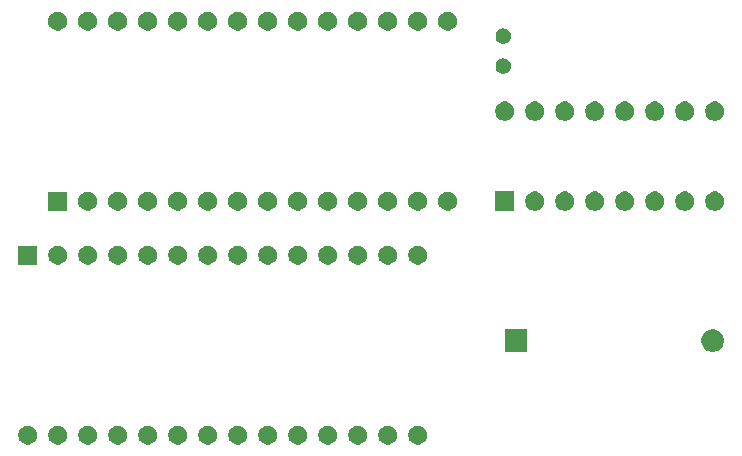
<source format=gbr>
G04 #@! TF.GenerationSoftware,KiCad,Pcbnew,(5.1.4-0-10_14)*
G04 #@! TF.CreationDate,2020-02-03T15:06:25+11:00*
G04 #@! TF.ProjectId,SmartWatch+,536d6172-7457-4617-9463-682b2e6b6963,rev?*
G04 #@! TF.SameCoordinates,Original*
G04 #@! TF.FileFunction,Soldermask,Bot*
G04 #@! TF.FilePolarity,Negative*
%FSLAX46Y46*%
G04 Gerber Fmt 4.6, Leading zero omitted, Abs format (unit mm)*
G04 Created by KiCad (PCBNEW (5.1.4-0-10_14)) date 2020-02-03 15:06:25*
%MOMM*%
%LPD*%
G04 APERTURE LIST*
%ADD10C,0.100000*%
G04 APERTURE END LIST*
D10*
G36*
X57383642Y-57903781D02*
G01*
X57529414Y-57964162D01*
X57529416Y-57964163D01*
X57660608Y-58051822D01*
X57772178Y-58163392D01*
X57859837Y-58294584D01*
X57859838Y-58294586D01*
X57920219Y-58440358D01*
X57951000Y-58595107D01*
X57951000Y-58752893D01*
X57920219Y-58907642D01*
X57859838Y-59053414D01*
X57859837Y-59053416D01*
X57772178Y-59184608D01*
X57660608Y-59296178D01*
X57529416Y-59383837D01*
X57529415Y-59383838D01*
X57529414Y-59383838D01*
X57383642Y-59444219D01*
X57228893Y-59475000D01*
X57071107Y-59475000D01*
X56916358Y-59444219D01*
X56770586Y-59383838D01*
X56770585Y-59383838D01*
X56770584Y-59383837D01*
X56639392Y-59296178D01*
X56527822Y-59184608D01*
X56440163Y-59053416D01*
X56440162Y-59053414D01*
X56379781Y-58907642D01*
X56349000Y-58752893D01*
X56349000Y-58595107D01*
X56379781Y-58440358D01*
X56440162Y-58294586D01*
X56440163Y-58294584D01*
X56527822Y-58163392D01*
X56639392Y-58051822D01*
X56770584Y-57964163D01*
X56770586Y-57964162D01*
X56916358Y-57903781D01*
X57071107Y-57873000D01*
X57228893Y-57873000D01*
X57383642Y-57903781D01*
X57383642Y-57903781D01*
G37*
G36*
X54843642Y-57903781D02*
G01*
X54989414Y-57964162D01*
X54989416Y-57964163D01*
X55120608Y-58051822D01*
X55232178Y-58163392D01*
X55319837Y-58294584D01*
X55319838Y-58294586D01*
X55380219Y-58440358D01*
X55411000Y-58595107D01*
X55411000Y-58752893D01*
X55380219Y-58907642D01*
X55319838Y-59053414D01*
X55319837Y-59053416D01*
X55232178Y-59184608D01*
X55120608Y-59296178D01*
X54989416Y-59383837D01*
X54989415Y-59383838D01*
X54989414Y-59383838D01*
X54843642Y-59444219D01*
X54688893Y-59475000D01*
X54531107Y-59475000D01*
X54376358Y-59444219D01*
X54230586Y-59383838D01*
X54230585Y-59383838D01*
X54230584Y-59383837D01*
X54099392Y-59296178D01*
X53987822Y-59184608D01*
X53900163Y-59053416D01*
X53900162Y-59053414D01*
X53839781Y-58907642D01*
X53809000Y-58752893D01*
X53809000Y-58595107D01*
X53839781Y-58440358D01*
X53900162Y-58294586D01*
X53900163Y-58294584D01*
X53987822Y-58163392D01*
X54099392Y-58051822D01*
X54230584Y-57964163D01*
X54230586Y-57964162D01*
X54376358Y-57903781D01*
X54531107Y-57873000D01*
X54688893Y-57873000D01*
X54843642Y-57903781D01*
X54843642Y-57903781D01*
G37*
G36*
X52303642Y-57903781D02*
G01*
X52449414Y-57964162D01*
X52449416Y-57964163D01*
X52580608Y-58051822D01*
X52692178Y-58163392D01*
X52779837Y-58294584D01*
X52779838Y-58294586D01*
X52840219Y-58440358D01*
X52871000Y-58595107D01*
X52871000Y-58752893D01*
X52840219Y-58907642D01*
X52779838Y-59053414D01*
X52779837Y-59053416D01*
X52692178Y-59184608D01*
X52580608Y-59296178D01*
X52449416Y-59383837D01*
X52449415Y-59383838D01*
X52449414Y-59383838D01*
X52303642Y-59444219D01*
X52148893Y-59475000D01*
X51991107Y-59475000D01*
X51836358Y-59444219D01*
X51690586Y-59383838D01*
X51690585Y-59383838D01*
X51690584Y-59383837D01*
X51559392Y-59296178D01*
X51447822Y-59184608D01*
X51360163Y-59053416D01*
X51360162Y-59053414D01*
X51299781Y-58907642D01*
X51269000Y-58752893D01*
X51269000Y-58595107D01*
X51299781Y-58440358D01*
X51360162Y-58294586D01*
X51360163Y-58294584D01*
X51447822Y-58163392D01*
X51559392Y-58051822D01*
X51690584Y-57964163D01*
X51690586Y-57964162D01*
X51836358Y-57903781D01*
X51991107Y-57873000D01*
X52148893Y-57873000D01*
X52303642Y-57903781D01*
X52303642Y-57903781D01*
G37*
G36*
X49763642Y-57903781D02*
G01*
X49909414Y-57964162D01*
X49909416Y-57964163D01*
X50040608Y-58051822D01*
X50152178Y-58163392D01*
X50239837Y-58294584D01*
X50239838Y-58294586D01*
X50300219Y-58440358D01*
X50331000Y-58595107D01*
X50331000Y-58752893D01*
X50300219Y-58907642D01*
X50239838Y-59053414D01*
X50239837Y-59053416D01*
X50152178Y-59184608D01*
X50040608Y-59296178D01*
X49909416Y-59383837D01*
X49909415Y-59383838D01*
X49909414Y-59383838D01*
X49763642Y-59444219D01*
X49608893Y-59475000D01*
X49451107Y-59475000D01*
X49296358Y-59444219D01*
X49150586Y-59383838D01*
X49150585Y-59383838D01*
X49150584Y-59383837D01*
X49019392Y-59296178D01*
X48907822Y-59184608D01*
X48820163Y-59053416D01*
X48820162Y-59053414D01*
X48759781Y-58907642D01*
X48729000Y-58752893D01*
X48729000Y-58595107D01*
X48759781Y-58440358D01*
X48820162Y-58294586D01*
X48820163Y-58294584D01*
X48907822Y-58163392D01*
X49019392Y-58051822D01*
X49150584Y-57964163D01*
X49150586Y-57964162D01*
X49296358Y-57903781D01*
X49451107Y-57873000D01*
X49608893Y-57873000D01*
X49763642Y-57903781D01*
X49763642Y-57903781D01*
G37*
G36*
X47223642Y-57903781D02*
G01*
X47369414Y-57964162D01*
X47369416Y-57964163D01*
X47500608Y-58051822D01*
X47612178Y-58163392D01*
X47699837Y-58294584D01*
X47699838Y-58294586D01*
X47760219Y-58440358D01*
X47791000Y-58595107D01*
X47791000Y-58752893D01*
X47760219Y-58907642D01*
X47699838Y-59053414D01*
X47699837Y-59053416D01*
X47612178Y-59184608D01*
X47500608Y-59296178D01*
X47369416Y-59383837D01*
X47369415Y-59383838D01*
X47369414Y-59383838D01*
X47223642Y-59444219D01*
X47068893Y-59475000D01*
X46911107Y-59475000D01*
X46756358Y-59444219D01*
X46610586Y-59383838D01*
X46610585Y-59383838D01*
X46610584Y-59383837D01*
X46479392Y-59296178D01*
X46367822Y-59184608D01*
X46280163Y-59053416D01*
X46280162Y-59053414D01*
X46219781Y-58907642D01*
X46189000Y-58752893D01*
X46189000Y-58595107D01*
X46219781Y-58440358D01*
X46280162Y-58294586D01*
X46280163Y-58294584D01*
X46367822Y-58163392D01*
X46479392Y-58051822D01*
X46610584Y-57964163D01*
X46610586Y-57964162D01*
X46756358Y-57903781D01*
X46911107Y-57873000D01*
X47068893Y-57873000D01*
X47223642Y-57903781D01*
X47223642Y-57903781D01*
G37*
G36*
X44683642Y-57903781D02*
G01*
X44829414Y-57964162D01*
X44829416Y-57964163D01*
X44960608Y-58051822D01*
X45072178Y-58163392D01*
X45159837Y-58294584D01*
X45159838Y-58294586D01*
X45220219Y-58440358D01*
X45251000Y-58595107D01*
X45251000Y-58752893D01*
X45220219Y-58907642D01*
X45159838Y-59053414D01*
X45159837Y-59053416D01*
X45072178Y-59184608D01*
X44960608Y-59296178D01*
X44829416Y-59383837D01*
X44829415Y-59383838D01*
X44829414Y-59383838D01*
X44683642Y-59444219D01*
X44528893Y-59475000D01*
X44371107Y-59475000D01*
X44216358Y-59444219D01*
X44070586Y-59383838D01*
X44070585Y-59383838D01*
X44070584Y-59383837D01*
X43939392Y-59296178D01*
X43827822Y-59184608D01*
X43740163Y-59053416D01*
X43740162Y-59053414D01*
X43679781Y-58907642D01*
X43649000Y-58752893D01*
X43649000Y-58595107D01*
X43679781Y-58440358D01*
X43740162Y-58294586D01*
X43740163Y-58294584D01*
X43827822Y-58163392D01*
X43939392Y-58051822D01*
X44070584Y-57964163D01*
X44070586Y-57964162D01*
X44216358Y-57903781D01*
X44371107Y-57873000D01*
X44528893Y-57873000D01*
X44683642Y-57903781D01*
X44683642Y-57903781D01*
G37*
G36*
X42143642Y-57903781D02*
G01*
X42289414Y-57964162D01*
X42289416Y-57964163D01*
X42420608Y-58051822D01*
X42532178Y-58163392D01*
X42619837Y-58294584D01*
X42619838Y-58294586D01*
X42680219Y-58440358D01*
X42711000Y-58595107D01*
X42711000Y-58752893D01*
X42680219Y-58907642D01*
X42619838Y-59053414D01*
X42619837Y-59053416D01*
X42532178Y-59184608D01*
X42420608Y-59296178D01*
X42289416Y-59383837D01*
X42289415Y-59383838D01*
X42289414Y-59383838D01*
X42143642Y-59444219D01*
X41988893Y-59475000D01*
X41831107Y-59475000D01*
X41676358Y-59444219D01*
X41530586Y-59383838D01*
X41530585Y-59383838D01*
X41530584Y-59383837D01*
X41399392Y-59296178D01*
X41287822Y-59184608D01*
X41200163Y-59053416D01*
X41200162Y-59053414D01*
X41139781Y-58907642D01*
X41109000Y-58752893D01*
X41109000Y-58595107D01*
X41139781Y-58440358D01*
X41200162Y-58294586D01*
X41200163Y-58294584D01*
X41287822Y-58163392D01*
X41399392Y-58051822D01*
X41530584Y-57964163D01*
X41530586Y-57964162D01*
X41676358Y-57903781D01*
X41831107Y-57873000D01*
X41988893Y-57873000D01*
X42143642Y-57903781D01*
X42143642Y-57903781D01*
G37*
G36*
X39603642Y-57903781D02*
G01*
X39749414Y-57964162D01*
X39749416Y-57964163D01*
X39880608Y-58051822D01*
X39992178Y-58163392D01*
X40079837Y-58294584D01*
X40079838Y-58294586D01*
X40140219Y-58440358D01*
X40171000Y-58595107D01*
X40171000Y-58752893D01*
X40140219Y-58907642D01*
X40079838Y-59053414D01*
X40079837Y-59053416D01*
X39992178Y-59184608D01*
X39880608Y-59296178D01*
X39749416Y-59383837D01*
X39749415Y-59383838D01*
X39749414Y-59383838D01*
X39603642Y-59444219D01*
X39448893Y-59475000D01*
X39291107Y-59475000D01*
X39136358Y-59444219D01*
X38990586Y-59383838D01*
X38990585Y-59383838D01*
X38990584Y-59383837D01*
X38859392Y-59296178D01*
X38747822Y-59184608D01*
X38660163Y-59053416D01*
X38660162Y-59053414D01*
X38599781Y-58907642D01*
X38569000Y-58752893D01*
X38569000Y-58595107D01*
X38599781Y-58440358D01*
X38660162Y-58294586D01*
X38660163Y-58294584D01*
X38747822Y-58163392D01*
X38859392Y-58051822D01*
X38990584Y-57964163D01*
X38990586Y-57964162D01*
X39136358Y-57903781D01*
X39291107Y-57873000D01*
X39448893Y-57873000D01*
X39603642Y-57903781D01*
X39603642Y-57903781D01*
G37*
G36*
X37063642Y-57903781D02*
G01*
X37209414Y-57964162D01*
X37209416Y-57964163D01*
X37340608Y-58051822D01*
X37452178Y-58163392D01*
X37539837Y-58294584D01*
X37539838Y-58294586D01*
X37600219Y-58440358D01*
X37631000Y-58595107D01*
X37631000Y-58752893D01*
X37600219Y-58907642D01*
X37539838Y-59053414D01*
X37539837Y-59053416D01*
X37452178Y-59184608D01*
X37340608Y-59296178D01*
X37209416Y-59383837D01*
X37209415Y-59383838D01*
X37209414Y-59383838D01*
X37063642Y-59444219D01*
X36908893Y-59475000D01*
X36751107Y-59475000D01*
X36596358Y-59444219D01*
X36450586Y-59383838D01*
X36450585Y-59383838D01*
X36450584Y-59383837D01*
X36319392Y-59296178D01*
X36207822Y-59184608D01*
X36120163Y-59053416D01*
X36120162Y-59053414D01*
X36059781Y-58907642D01*
X36029000Y-58752893D01*
X36029000Y-58595107D01*
X36059781Y-58440358D01*
X36120162Y-58294586D01*
X36120163Y-58294584D01*
X36207822Y-58163392D01*
X36319392Y-58051822D01*
X36450584Y-57964163D01*
X36450586Y-57964162D01*
X36596358Y-57903781D01*
X36751107Y-57873000D01*
X36908893Y-57873000D01*
X37063642Y-57903781D01*
X37063642Y-57903781D01*
G37*
G36*
X34523642Y-57903781D02*
G01*
X34669414Y-57964162D01*
X34669416Y-57964163D01*
X34800608Y-58051822D01*
X34912178Y-58163392D01*
X34999837Y-58294584D01*
X34999838Y-58294586D01*
X35060219Y-58440358D01*
X35091000Y-58595107D01*
X35091000Y-58752893D01*
X35060219Y-58907642D01*
X34999838Y-59053414D01*
X34999837Y-59053416D01*
X34912178Y-59184608D01*
X34800608Y-59296178D01*
X34669416Y-59383837D01*
X34669415Y-59383838D01*
X34669414Y-59383838D01*
X34523642Y-59444219D01*
X34368893Y-59475000D01*
X34211107Y-59475000D01*
X34056358Y-59444219D01*
X33910586Y-59383838D01*
X33910585Y-59383838D01*
X33910584Y-59383837D01*
X33779392Y-59296178D01*
X33667822Y-59184608D01*
X33580163Y-59053416D01*
X33580162Y-59053414D01*
X33519781Y-58907642D01*
X33489000Y-58752893D01*
X33489000Y-58595107D01*
X33519781Y-58440358D01*
X33580162Y-58294586D01*
X33580163Y-58294584D01*
X33667822Y-58163392D01*
X33779392Y-58051822D01*
X33910584Y-57964163D01*
X33910586Y-57964162D01*
X34056358Y-57903781D01*
X34211107Y-57873000D01*
X34368893Y-57873000D01*
X34523642Y-57903781D01*
X34523642Y-57903781D01*
G37*
G36*
X31983642Y-57903781D02*
G01*
X32129414Y-57964162D01*
X32129416Y-57964163D01*
X32260608Y-58051822D01*
X32372178Y-58163392D01*
X32459837Y-58294584D01*
X32459838Y-58294586D01*
X32520219Y-58440358D01*
X32551000Y-58595107D01*
X32551000Y-58752893D01*
X32520219Y-58907642D01*
X32459838Y-59053414D01*
X32459837Y-59053416D01*
X32372178Y-59184608D01*
X32260608Y-59296178D01*
X32129416Y-59383837D01*
X32129415Y-59383838D01*
X32129414Y-59383838D01*
X31983642Y-59444219D01*
X31828893Y-59475000D01*
X31671107Y-59475000D01*
X31516358Y-59444219D01*
X31370586Y-59383838D01*
X31370585Y-59383838D01*
X31370584Y-59383837D01*
X31239392Y-59296178D01*
X31127822Y-59184608D01*
X31040163Y-59053416D01*
X31040162Y-59053414D01*
X30979781Y-58907642D01*
X30949000Y-58752893D01*
X30949000Y-58595107D01*
X30979781Y-58440358D01*
X31040162Y-58294586D01*
X31040163Y-58294584D01*
X31127822Y-58163392D01*
X31239392Y-58051822D01*
X31370584Y-57964163D01*
X31370586Y-57964162D01*
X31516358Y-57903781D01*
X31671107Y-57873000D01*
X31828893Y-57873000D01*
X31983642Y-57903781D01*
X31983642Y-57903781D01*
G37*
G36*
X29443642Y-57903781D02*
G01*
X29589414Y-57964162D01*
X29589416Y-57964163D01*
X29720608Y-58051822D01*
X29832178Y-58163392D01*
X29919837Y-58294584D01*
X29919838Y-58294586D01*
X29980219Y-58440358D01*
X30011000Y-58595107D01*
X30011000Y-58752893D01*
X29980219Y-58907642D01*
X29919838Y-59053414D01*
X29919837Y-59053416D01*
X29832178Y-59184608D01*
X29720608Y-59296178D01*
X29589416Y-59383837D01*
X29589415Y-59383838D01*
X29589414Y-59383838D01*
X29443642Y-59444219D01*
X29288893Y-59475000D01*
X29131107Y-59475000D01*
X28976358Y-59444219D01*
X28830586Y-59383838D01*
X28830585Y-59383838D01*
X28830584Y-59383837D01*
X28699392Y-59296178D01*
X28587822Y-59184608D01*
X28500163Y-59053416D01*
X28500162Y-59053414D01*
X28439781Y-58907642D01*
X28409000Y-58752893D01*
X28409000Y-58595107D01*
X28439781Y-58440358D01*
X28500162Y-58294586D01*
X28500163Y-58294584D01*
X28587822Y-58163392D01*
X28699392Y-58051822D01*
X28830584Y-57964163D01*
X28830586Y-57964162D01*
X28976358Y-57903781D01*
X29131107Y-57873000D01*
X29288893Y-57873000D01*
X29443642Y-57903781D01*
X29443642Y-57903781D01*
G37*
G36*
X26903642Y-57903781D02*
G01*
X27049414Y-57964162D01*
X27049416Y-57964163D01*
X27180608Y-58051822D01*
X27292178Y-58163392D01*
X27379837Y-58294584D01*
X27379838Y-58294586D01*
X27440219Y-58440358D01*
X27471000Y-58595107D01*
X27471000Y-58752893D01*
X27440219Y-58907642D01*
X27379838Y-59053414D01*
X27379837Y-59053416D01*
X27292178Y-59184608D01*
X27180608Y-59296178D01*
X27049416Y-59383837D01*
X27049415Y-59383838D01*
X27049414Y-59383838D01*
X26903642Y-59444219D01*
X26748893Y-59475000D01*
X26591107Y-59475000D01*
X26436358Y-59444219D01*
X26290586Y-59383838D01*
X26290585Y-59383838D01*
X26290584Y-59383837D01*
X26159392Y-59296178D01*
X26047822Y-59184608D01*
X25960163Y-59053416D01*
X25960162Y-59053414D01*
X25899781Y-58907642D01*
X25869000Y-58752893D01*
X25869000Y-58595107D01*
X25899781Y-58440358D01*
X25960162Y-58294586D01*
X25960163Y-58294584D01*
X26047822Y-58163392D01*
X26159392Y-58051822D01*
X26290584Y-57964163D01*
X26290586Y-57964162D01*
X26436358Y-57903781D01*
X26591107Y-57873000D01*
X26748893Y-57873000D01*
X26903642Y-57903781D01*
X26903642Y-57903781D01*
G37*
G36*
X24363642Y-57903781D02*
G01*
X24509414Y-57964162D01*
X24509416Y-57964163D01*
X24640608Y-58051822D01*
X24752178Y-58163392D01*
X24839837Y-58294584D01*
X24839838Y-58294586D01*
X24900219Y-58440358D01*
X24931000Y-58595107D01*
X24931000Y-58752893D01*
X24900219Y-58907642D01*
X24839838Y-59053414D01*
X24839837Y-59053416D01*
X24752178Y-59184608D01*
X24640608Y-59296178D01*
X24509416Y-59383837D01*
X24509415Y-59383838D01*
X24509414Y-59383838D01*
X24363642Y-59444219D01*
X24208893Y-59475000D01*
X24051107Y-59475000D01*
X23896358Y-59444219D01*
X23750586Y-59383838D01*
X23750585Y-59383838D01*
X23750584Y-59383837D01*
X23619392Y-59296178D01*
X23507822Y-59184608D01*
X23420163Y-59053416D01*
X23420162Y-59053414D01*
X23359781Y-58907642D01*
X23329000Y-58752893D01*
X23329000Y-58595107D01*
X23359781Y-58440358D01*
X23420162Y-58294586D01*
X23420163Y-58294584D01*
X23507822Y-58163392D01*
X23619392Y-58051822D01*
X23750584Y-57964163D01*
X23750586Y-57964162D01*
X23896358Y-57903781D01*
X24051107Y-57873000D01*
X24208893Y-57873000D01*
X24363642Y-57903781D01*
X24363642Y-57903781D01*
G37*
G36*
X66408000Y-51624000D02*
G01*
X64506000Y-51624000D01*
X64506000Y-49722000D01*
X66408000Y-49722000D01*
X66408000Y-51624000D01*
X66408000Y-51624000D01*
G37*
G36*
X82394395Y-49758546D02*
G01*
X82567466Y-49830234D01*
X82567467Y-49830235D01*
X82723227Y-49934310D01*
X82855690Y-50066773D01*
X82855691Y-50066775D01*
X82959766Y-50222534D01*
X83031454Y-50395605D01*
X83068000Y-50579333D01*
X83068000Y-50766667D01*
X83031454Y-50950395D01*
X82959766Y-51123466D01*
X82959765Y-51123467D01*
X82855690Y-51279227D01*
X82723227Y-51411690D01*
X82644818Y-51464081D01*
X82567466Y-51515766D01*
X82394395Y-51587454D01*
X82210667Y-51624000D01*
X82023333Y-51624000D01*
X81839605Y-51587454D01*
X81666534Y-51515766D01*
X81589182Y-51464081D01*
X81510773Y-51411690D01*
X81378310Y-51279227D01*
X81274235Y-51123467D01*
X81274234Y-51123466D01*
X81202546Y-50950395D01*
X81166000Y-50766667D01*
X81166000Y-50579333D01*
X81202546Y-50395605D01*
X81274234Y-50222534D01*
X81378309Y-50066775D01*
X81378310Y-50066773D01*
X81510773Y-49934310D01*
X81666533Y-49830235D01*
X81666534Y-49830234D01*
X81839605Y-49758546D01*
X82023333Y-49722000D01*
X82210667Y-49722000D01*
X82394395Y-49758546D01*
X82394395Y-49758546D01*
G37*
G36*
X29443642Y-42663781D02*
G01*
X29589414Y-42724162D01*
X29589416Y-42724163D01*
X29720608Y-42811822D01*
X29832178Y-42923392D01*
X29919837Y-43054584D01*
X29919838Y-43054586D01*
X29980219Y-43200358D01*
X30011000Y-43355107D01*
X30011000Y-43512893D01*
X29980219Y-43667642D01*
X29919838Y-43813414D01*
X29919837Y-43813416D01*
X29832178Y-43944608D01*
X29720608Y-44056178D01*
X29589416Y-44143837D01*
X29589415Y-44143838D01*
X29589414Y-44143838D01*
X29443642Y-44204219D01*
X29288893Y-44235000D01*
X29131107Y-44235000D01*
X28976358Y-44204219D01*
X28830586Y-44143838D01*
X28830585Y-44143838D01*
X28830584Y-44143837D01*
X28699392Y-44056178D01*
X28587822Y-43944608D01*
X28500163Y-43813416D01*
X28500162Y-43813414D01*
X28439781Y-43667642D01*
X28409000Y-43512893D01*
X28409000Y-43355107D01*
X28439781Y-43200358D01*
X28500162Y-43054586D01*
X28500163Y-43054584D01*
X28587822Y-42923392D01*
X28699392Y-42811822D01*
X28830584Y-42724163D01*
X28830586Y-42724162D01*
X28976358Y-42663781D01*
X29131107Y-42633000D01*
X29288893Y-42633000D01*
X29443642Y-42663781D01*
X29443642Y-42663781D01*
G37*
G36*
X34523642Y-42663781D02*
G01*
X34669414Y-42724162D01*
X34669416Y-42724163D01*
X34800608Y-42811822D01*
X34912178Y-42923392D01*
X34999837Y-43054584D01*
X34999838Y-43054586D01*
X35060219Y-43200358D01*
X35091000Y-43355107D01*
X35091000Y-43512893D01*
X35060219Y-43667642D01*
X34999838Y-43813414D01*
X34999837Y-43813416D01*
X34912178Y-43944608D01*
X34800608Y-44056178D01*
X34669416Y-44143837D01*
X34669415Y-44143838D01*
X34669414Y-44143838D01*
X34523642Y-44204219D01*
X34368893Y-44235000D01*
X34211107Y-44235000D01*
X34056358Y-44204219D01*
X33910586Y-44143838D01*
X33910585Y-44143838D01*
X33910584Y-44143837D01*
X33779392Y-44056178D01*
X33667822Y-43944608D01*
X33580163Y-43813416D01*
X33580162Y-43813414D01*
X33519781Y-43667642D01*
X33489000Y-43512893D01*
X33489000Y-43355107D01*
X33519781Y-43200358D01*
X33580162Y-43054586D01*
X33580163Y-43054584D01*
X33667822Y-42923392D01*
X33779392Y-42811822D01*
X33910584Y-42724163D01*
X33910586Y-42724162D01*
X34056358Y-42663781D01*
X34211107Y-42633000D01*
X34368893Y-42633000D01*
X34523642Y-42663781D01*
X34523642Y-42663781D01*
G37*
G36*
X24931000Y-44235000D02*
G01*
X23329000Y-44235000D01*
X23329000Y-42633000D01*
X24931000Y-42633000D01*
X24931000Y-44235000D01*
X24931000Y-44235000D01*
G37*
G36*
X57383642Y-42663781D02*
G01*
X57529414Y-42724162D01*
X57529416Y-42724163D01*
X57660608Y-42811822D01*
X57772178Y-42923392D01*
X57859837Y-43054584D01*
X57859838Y-43054586D01*
X57920219Y-43200358D01*
X57951000Y-43355107D01*
X57951000Y-43512893D01*
X57920219Y-43667642D01*
X57859838Y-43813414D01*
X57859837Y-43813416D01*
X57772178Y-43944608D01*
X57660608Y-44056178D01*
X57529416Y-44143837D01*
X57529415Y-44143838D01*
X57529414Y-44143838D01*
X57383642Y-44204219D01*
X57228893Y-44235000D01*
X57071107Y-44235000D01*
X56916358Y-44204219D01*
X56770586Y-44143838D01*
X56770585Y-44143838D01*
X56770584Y-44143837D01*
X56639392Y-44056178D01*
X56527822Y-43944608D01*
X56440163Y-43813416D01*
X56440162Y-43813414D01*
X56379781Y-43667642D01*
X56349000Y-43512893D01*
X56349000Y-43355107D01*
X56379781Y-43200358D01*
X56440162Y-43054586D01*
X56440163Y-43054584D01*
X56527822Y-42923392D01*
X56639392Y-42811822D01*
X56770584Y-42724163D01*
X56770586Y-42724162D01*
X56916358Y-42663781D01*
X57071107Y-42633000D01*
X57228893Y-42633000D01*
X57383642Y-42663781D01*
X57383642Y-42663781D01*
G37*
G36*
X54843642Y-42663781D02*
G01*
X54989414Y-42724162D01*
X54989416Y-42724163D01*
X55120608Y-42811822D01*
X55232178Y-42923392D01*
X55319837Y-43054584D01*
X55319838Y-43054586D01*
X55380219Y-43200358D01*
X55411000Y-43355107D01*
X55411000Y-43512893D01*
X55380219Y-43667642D01*
X55319838Y-43813414D01*
X55319837Y-43813416D01*
X55232178Y-43944608D01*
X55120608Y-44056178D01*
X54989416Y-44143837D01*
X54989415Y-44143838D01*
X54989414Y-44143838D01*
X54843642Y-44204219D01*
X54688893Y-44235000D01*
X54531107Y-44235000D01*
X54376358Y-44204219D01*
X54230586Y-44143838D01*
X54230585Y-44143838D01*
X54230584Y-44143837D01*
X54099392Y-44056178D01*
X53987822Y-43944608D01*
X53900163Y-43813416D01*
X53900162Y-43813414D01*
X53839781Y-43667642D01*
X53809000Y-43512893D01*
X53809000Y-43355107D01*
X53839781Y-43200358D01*
X53900162Y-43054586D01*
X53900163Y-43054584D01*
X53987822Y-42923392D01*
X54099392Y-42811822D01*
X54230584Y-42724163D01*
X54230586Y-42724162D01*
X54376358Y-42663781D01*
X54531107Y-42633000D01*
X54688893Y-42633000D01*
X54843642Y-42663781D01*
X54843642Y-42663781D01*
G37*
G36*
X52303642Y-42663781D02*
G01*
X52449414Y-42724162D01*
X52449416Y-42724163D01*
X52580608Y-42811822D01*
X52692178Y-42923392D01*
X52779837Y-43054584D01*
X52779838Y-43054586D01*
X52840219Y-43200358D01*
X52871000Y-43355107D01*
X52871000Y-43512893D01*
X52840219Y-43667642D01*
X52779838Y-43813414D01*
X52779837Y-43813416D01*
X52692178Y-43944608D01*
X52580608Y-44056178D01*
X52449416Y-44143837D01*
X52449415Y-44143838D01*
X52449414Y-44143838D01*
X52303642Y-44204219D01*
X52148893Y-44235000D01*
X51991107Y-44235000D01*
X51836358Y-44204219D01*
X51690586Y-44143838D01*
X51690585Y-44143838D01*
X51690584Y-44143837D01*
X51559392Y-44056178D01*
X51447822Y-43944608D01*
X51360163Y-43813416D01*
X51360162Y-43813414D01*
X51299781Y-43667642D01*
X51269000Y-43512893D01*
X51269000Y-43355107D01*
X51299781Y-43200358D01*
X51360162Y-43054586D01*
X51360163Y-43054584D01*
X51447822Y-42923392D01*
X51559392Y-42811822D01*
X51690584Y-42724163D01*
X51690586Y-42724162D01*
X51836358Y-42663781D01*
X51991107Y-42633000D01*
X52148893Y-42633000D01*
X52303642Y-42663781D01*
X52303642Y-42663781D01*
G37*
G36*
X49763642Y-42663781D02*
G01*
X49909414Y-42724162D01*
X49909416Y-42724163D01*
X50040608Y-42811822D01*
X50152178Y-42923392D01*
X50239837Y-43054584D01*
X50239838Y-43054586D01*
X50300219Y-43200358D01*
X50331000Y-43355107D01*
X50331000Y-43512893D01*
X50300219Y-43667642D01*
X50239838Y-43813414D01*
X50239837Y-43813416D01*
X50152178Y-43944608D01*
X50040608Y-44056178D01*
X49909416Y-44143837D01*
X49909415Y-44143838D01*
X49909414Y-44143838D01*
X49763642Y-44204219D01*
X49608893Y-44235000D01*
X49451107Y-44235000D01*
X49296358Y-44204219D01*
X49150586Y-44143838D01*
X49150585Y-44143838D01*
X49150584Y-44143837D01*
X49019392Y-44056178D01*
X48907822Y-43944608D01*
X48820163Y-43813416D01*
X48820162Y-43813414D01*
X48759781Y-43667642D01*
X48729000Y-43512893D01*
X48729000Y-43355107D01*
X48759781Y-43200358D01*
X48820162Y-43054586D01*
X48820163Y-43054584D01*
X48907822Y-42923392D01*
X49019392Y-42811822D01*
X49150584Y-42724163D01*
X49150586Y-42724162D01*
X49296358Y-42663781D01*
X49451107Y-42633000D01*
X49608893Y-42633000D01*
X49763642Y-42663781D01*
X49763642Y-42663781D01*
G37*
G36*
X47223642Y-42663781D02*
G01*
X47369414Y-42724162D01*
X47369416Y-42724163D01*
X47500608Y-42811822D01*
X47612178Y-42923392D01*
X47699837Y-43054584D01*
X47699838Y-43054586D01*
X47760219Y-43200358D01*
X47791000Y-43355107D01*
X47791000Y-43512893D01*
X47760219Y-43667642D01*
X47699838Y-43813414D01*
X47699837Y-43813416D01*
X47612178Y-43944608D01*
X47500608Y-44056178D01*
X47369416Y-44143837D01*
X47369415Y-44143838D01*
X47369414Y-44143838D01*
X47223642Y-44204219D01*
X47068893Y-44235000D01*
X46911107Y-44235000D01*
X46756358Y-44204219D01*
X46610586Y-44143838D01*
X46610585Y-44143838D01*
X46610584Y-44143837D01*
X46479392Y-44056178D01*
X46367822Y-43944608D01*
X46280163Y-43813416D01*
X46280162Y-43813414D01*
X46219781Y-43667642D01*
X46189000Y-43512893D01*
X46189000Y-43355107D01*
X46219781Y-43200358D01*
X46280162Y-43054586D01*
X46280163Y-43054584D01*
X46367822Y-42923392D01*
X46479392Y-42811822D01*
X46610584Y-42724163D01*
X46610586Y-42724162D01*
X46756358Y-42663781D01*
X46911107Y-42633000D01*
X47068893Y-42633000D01*
X47223642Y-42663781D01*
X47223642Y-42663781D01*
G37*
G36*
X44683642Y-42663781D02*
G01*
X44829414Y-42724162D01*
X44829416Y-42724163D01*
X44960608Y-42811822D01*
X45072178Y-42923392D01*
X45159837Y-43054584D01*
X45159838Y-43054586D01*
X45220219Y-43200358D01*
X45251000Y-43355107D01*
X45251000Y-43512893D01*
X45220219Y-43667642D01*
X45159838Y-43813414D01*
X45159837Y-43813416D01*
X45072178Y-43944608D01*
X44960608Y-44056178D01*
X44829416Y-44143837D01*
X44829415Y-44143838D01*
X44829414Y-44143838D01*
X44683642Y-44204219D01*
X44528893Y-44235000D01*
X44371107Y-44235000D01*
X44216358Y-44204219D01*
X44070586Y-44143838D01*
X44070585Y-44143838D01*
X44070584Y-44143837D01*
X43939392Y-44056178D01*
X43827822Y-43944608D01*
X43740163Y-43813416D01*
X43740162Y-43813414D01*
X43679781Y-43667642D01*
X43649000Y-43512893D01*
X43649000Y-43355107D01*
X43679781Y-43200358D01*
X43740162Y-43054586D01*
X43740163Y-43054584D01*
X43827822Y-42923392D01*
X43939392Y-42811822D01*
X44070584Y-42724163D01*
X44070586Y-42724162D01*
X44216358Y-42663781D01*
X44371107Y-42633000D01*
X44528893Y-42633000D01*
X44683642Y-42663781D01*
X44683642Y-42663781D01*
G37*
G36*
X42143642Y-42663781D02*
G01*
X42289414Y-42724162D01*
X42289416Y-42724163D01*
X42420608Y-42811822D01*
X42532178Y-42923392D01*
X42619837Y-43054584D01*
X42619838Y-43054586D01*
X42680219Y-43200358D01*
X42711000Y-43355107D01*
X42711000Y-43512893D01*
X42680219Y-43667642D01*
X42619838Y-43813414D01*
X42619837Y-43813416D01*
X42532178Y-43944608D01*
X42420608Y-44056178D01*
X42289416Y-44143837D01*
X42289415Y-44143838D01*
X42289414Y-44143838D01*
X42143642Y-44204219D01*
X41988893Y-44235000D01*
X41831107Y-44235000D01*
X41676358Y-44204219D01*
X41530586Y-44143838D01*
X41530585Y-44143838D01*
X41530584Y-44143837D01*
X41399392Y-44056178D01*
X41287822Y-43944608D01*
X41200163Y-43813416D01*
X41200162Y-43813414D01*
X41139781Y-43667642D01*
X41109000Y-43512893D01*
X41109000Y-43355107D01*
X41139781Y-43200358D01*
X41200162Y-43054586D01*
X41200163Y-43054584D01*
X41287822Y-42923392D01*
X41399392Y-42811822D01*
X41530584Y-42724163D01*
X41530586Y-42724162D01*
X41676358Y-42663781D01*
X41831107Y-42633000D01*
X41988893Y-42633000D01*
X42143642Y-42663781D01*
X42143642Y-42663781D01*
G37*
G36*
X39603642Y-42663781D02*
G01*
X39749414Y-42724162D01*
X39749416Y-42724163D01*
X39880608Y-42811822D01*
X39992178Y-42923392D01*
X40079837Y-43054584D01*
X40079838Y-43054586D01*
X40140219Y-43200358D01*
X40171000Y-43355107D01*
X40171000Y-43512893D01*
X40140219Y-43667642D01*
X40079838Y-43813414D01*
X40079837Y-43813416D01*
X39992178Y-43944608D01*
X39880608Y-44056178D01*
X39749416Y-44143837D01*
X39749415Y-44143838D01*
X39749414Y-44143838D01*
X39603642Y-44204219D01*
X39448893Y-44235000D01*
X39291107Y-44235000D01*
X39136358Y-44204219D01*
X38990586Y-44143838D01*
X38990585Y-44143838D01*
X38990584Y-44143837D01*
X38859392Y-44056178D01*
X38747822Y-43944608D01*
X38660163Y-43813416D01*
X38660162Y-43813414D01*
X38599781Y-43667642D01*
X38569000Y-43512893D01*
X38569000Y-43355107D01*
X38599781Y-43200358D01*
X38660162Y-43054586D01*
X38660163Y-43054584D01*
X38747822Y-42923392D01*
X38859392Y-42811822D01*
X38990584Y-42724163D01*
X38990586Y-42724162D01*
X39136358Y-42663781D01*
X39291107Y-42633000D01*
X39448893Y-42633000D01*
X39603642Y-42663781D01*
X39603642Y-42663781D01*
G37*
G36*
X37063642Y-42663781D02*
G01*
X37209414Y-42724162D01*
X37209416Y-42724163D01*
X37340608Y-42811822D01*
X37452178Y-42923392D01*
X37539837Y-43054584D01*
X37539838Y-43054586D01*
X37600219Y-43200358D01*
X37631000Y-43355107D01*
X37631000Y-43512893D01*
X37600219Y-43667642D01*
X37539838Y-43813414D01*
X37539837Y-43813416D01*
X37452178Y-43944608D01*
X37340608Y-44056178D01*
X37209416Y-44143837D01*
X37209415Y-44143838D01*
X37209414Y-44143838D01*
X37063642Y-44204219D01*
X36908893Y-44235000D01*
X36751107Y-44235000D01*
X36596358Y-44204219D01*
X36450586Y-44143838D01*
X36450585Y-44143838D01*
X36450584Y-44143837D01*
X36319392Y-44056178D01*
X36207822Y-43944608D01*
X36120163Y-43813416D01*
X36120162Y-43813414D01*
X36059781Y-43667642D01*
X36029000Y-43512893D01*
X36029000Y-43355107D01*
X36059781Y-43200358D01*
X36120162Y-43054586D01*
X36120163Y-43054584D01*
X36207822Y-42923392D01*
X36319392Y-42811822D01*
X36450584Y-42724163D01*
X36450586Y-42724162D01*
X36596358Y-42663781D01*
X36751107Y-42633000D01*
X36908893Y-42633000D01*
X37063642Y-42663781D01*
X37063642Y-42663781D01*
G37*
G36*
X31983642Y-42663781D02*
G01*
X32129414Y-42724162D01*
X32129416Y-42724163D01*
X32260608Y-42811822D01*
X32372178Y-42923392D01*
X32459837Y-43054584D01*
X32459838Y-43054586D01*
X32520219Y-43200358D01*
X32551000Y-43355107D01*
X32551000Y-43512893D01*
X32520219Y-43667642D01*
X32459838Y-43813414D01*
X32459837Y-43813416D01*
X32372178Y-43944608D01*
X32260608Y-44056178D01*
X32129416Y-44143837D01*
X32129415Y-44143838D01*
X32129414Y-44143838D01*
X31983642Y-44204219D01*
X31828893Y-44235000D01*
X31671107Y-44235000D01*
X31516358Y-44204219D01*
X31370586Y-44143838D01*
X31370585Y-44143838D01*
X31370584Y-44143837D01*
X31239392Y-44056178D01*
X31127822Y-43944608D01*
X31040163Y-43813416D01*
X31040162Y-43813414D01*
X30979781Y-43667642D01*
X30949000Y-43512893D01*
X30949000Y-43355107D01*
X30979781Y-43200358D01*
X31040162Y-43054586D01*
X31040163Y-43054584D01*
X31127822Y-42923392D01*
X31239392Y-42811822D01*
X31370584Y-42724163D01*
X31370586Y-42724162D01*
X31516358Y-42663781D01*
X31671107Y-42633000D01*
X31828893Y-42633000D01*
X31983642Y-42663781D01*
X31983642Y-42663781D01*
G37*
G36*
X26903642Y-42663781D02*
G01*
X27049414Y-42724162D01*
X27049416Y-42724163D01*
X27180608Y-42811822D01*
X27292178Y-42923392D01*
X27379837Y-43054584D01*
X27379838Y-43054586D01*
X27440219Y-43200358D01*
X27471000Y-43355107D01*
X27471000Y-43512893D01*
X27440219Y-43667642D01*
X27379838Y-43813414D01*
X27379837Y-43813416D01*
X27292178Y-43944608D01*
X27180608Y-44056178D01*
X27049416Y-44143837D01*
X27049415Y-44143838D01*
X27049414Y-44143838D01*
X26903642Y-44204219D01*
X26748893Y-44235000D01*
X26591107Y-44235000D01*
X26436358Y-44204219D01*
X26290586Y-44143838D01*
X26290585Y-44143838D01*
X26290584Y-44143837D01*
X26159392Y-44056178D01*
X26047822Y-43944608D01*
X25960163Y-43813416D01*
X25960162Y-43813414D01*
X25899781Y-43667642D01*
X25869000Y-43512893D01*
X25869000Y-43355107D01*
X25899781Y-43200358D01*
X25960162Y-43054586D01*
X25960163Y-43054584D01*
X26047822Y-42923392D01*
X26159392Y-42811822D01*
X26290584Y-42724163D01*
X26290586Y-42724162D01*
X26436358Y-42663781D01*
X26591107Y-42633000D01*
X26748893Y-42633000D01*
X26903642Y-42663781D01*
X26903642Y-42663781D01*
G37*
G36*
X74913142Y-38080242D02*
G01*
X75061101Y-38141529D01*
X75194255Y-38230499D01*
X75307501Y-38343745D01*
X75396471Y-38476899D01*
X75457758Y-38624858D01*
X75489000Y-38781925D01*
X75489000Y-38942075D01*
X75457758Y-39099142D01*
X75396471Y-39247101D01*
X75307501Y-39380255D01*
X75194255Y-39493501D01*
X75061101Y-39582471D01*
X74913142Y-39643758D01*
X74756075Y-39675000D01*
X74595925Y-39675000D01*
X74438858Y-39643758D01*
X74290899Y-39582471D01*
X74157745Y-39493501D01*
X74044499Y-39380255D01*
X73955529Y-39247101D01*
X73894242Y-39099142D01*
X73863000Y-38942075D01*
X73863000Y-38781925D01*
X73894242Y-38624858D01*
X73955529Y-38476899D01*
X74044499Y-38343745D01*
X74157745Y-38230499D01*
X74290899Y-38141529D01*
X74438858Y-38080242D01*
X74595925Y-38049000D01*
X74756075Y-38049000D01*
X74913142Y-38080242D01*
X74913142Y-38080242D01*
G37*
G36*
X72373142Y-38080242D02*
G01*
X72521101Y-38141529D01*
X72654255Y-38230499D01*
X72767501Y-38343745D01*
X72856471Y-38476899D01*
X72917758Y-38624858D01*
X72949000Y-38781925D01*
X72949000Y-38942075D01*
X72917758Y-39099142D01*
X72856471Y-39247101D01*
X72767501Y-39380255D01*
X72654255Y-39493501D01*
X72521101Y-39582471D01*
X72373142Y-39643758D01*
X72216075Y-39675000D01*
X72055925Y-39675000D01*
X71898858Y-39643758D01*
X71750899Y-39582471D01*
X71617745Y-39493501D01*
X71504499Y-39380255D01*
X71415529Y-39247101D01*
X71354242Y-39099142D01*
X71323000Y-38942075D01*
X71323000Y-38781925D01*
X71354242Y-38624858D01*
X71415529Y-38476899D01*
X71504499Y-38343745D01*
X71617745Y-38230499D01*
X71750899Y-38141529D01*
X71898858Y-38080242D01*
X72055925Y-38049000D01*
X72216075Y-38049000D01*
X72373142Y-38080242D01*
X72373142Y-38080242D01*
G37*
G36*
X82533142Y-38080242D02*
G01*
X82681101Y-38141529D01*
X82814255Y-38230499D01*
X82927501Y-38343745D01*
X83016471Y-38476899D01*
X83077758Y-38624858D01*
X83109000Y-38781925D01*
X83109000Y-38942075D01*
X83077758Y-39099142D01*
X83016471Y-39247101D01*
X82927501Y-39380255D01*
X82814255Y-39493501D01*
X82681101Y-39582471D01*
X82533142Y-39643758D01*
X82376075Y-39675000D01*
X82215925Y-39675000D01*
X82058858Y-39643758D01*
X81910899Y-39582471D01*
X81777745Y-39493501D01*
X81664499Y-39380255D01*
X81575529Y-39247101D01*
X81514242Y-39099142D01*
X81483000Y-38942075D01*
X81483000Y-38781925D01*
X81514242Y-38624858D01*
X81575529Y-38476899D01*
X81664499Y-38343745D01*
X81777745Y-38230499D01*
X81910899Y-38141529D01*
X82058858Y-38080242D01*
X82215925Y-38049000D01*
X82376075Y-38049000D01*
X82533142Y-38080242D01*
X82533142Y-38080242D01*
G37*
G36*
X79993142Y-38080242D02*
G01*
X80141101Y-38141529D01*
X80274255Y-38230499D01*
X80387501Y-38343745D01*
X80476471Y-38476899D01*
X80537758Y-38624858D01*
X80569000Y-38781925D01*
X80569000Y-38942075D01*
X80537758Y-39099142D01*
X80476471Y-39247101D01*
X80387501Y-39380255D01*
X80274255Y-39493501D01*
X80141101Y-39582471D01*
X79993142Y-39643758D01*
X79836075Y-39675000D01*
X79675925Y-39675000D01*
X79518858Y-39643758D01*
X79370899Y-39582471D01*
X79237745Y-39493501D01*
X79124499Y-39380255D01*
X79035529Y-39247101D01*
X78974242Y-39099142D01*
X78943000Y-38942075D01*
X78943000Y-38781925D01*
X78974242Y-38624858D01*
X79035529Y-38476899D01*
X79124499Y-38343745D01*
X79237745Y-38230499D01*
X79370899Y-38141529D01*
X79518858Y-38080242D01*
X79675925Y-38049000D01*
X79836075Y-38049000D01*
X79993142Y-38080242D01*
X79993142Y-38080242D01*
G37*
G36*
X77453142Y-38080242D02*
G01*
X77601101Y-38141529D01*
X77734255Y-38230499D01*
X77847501Y-38343745D01*
X77936471Y-38476899D01*
X77997758Y-38624858D01*
X78029000Y-38781925D01*
X78029000Y-38942075D01*
X77997758Y-39099142D01*
X77936471Y-39247101D01*
X77847501Y-39380255D01*
X77734255Y-39493501D01*
X77601101Y-39582471D01*
X77453142Y-39643758D01*
X77296075Y-39675000D01*
X77135925Y-39675000D01*
X76978858Y-39643758D01*
X76830899Y-39582471D01*
X76697745Y-39493501D01*
X76584499Y-39380255D01*
X76495529Y-39247101D01*
X76434242Y-39099142D01*
X76403000Y-38942075D01*
X76403000Y-38781925D01*
X76434242Y-38624858D01*
X76495529Y-38476899D01*
X76584499Y-38343745D01*
X76697745Y-38230499D01*
X76830899Y-38141529D01*
X76978858Y-38080242D01*
X77135925Y-38049000D01*
X77296075Y-38049000D01*
X77453142Y-38080242D01*
X77453142Y-38080242D01*
G37*
G36*
X69833142Y-38080242D02*
G01*
X69981101Y-38141529D01*
X70114255Y-38230499D01*
X70227501Y-38343745D01*
X70316471Y-38476899D01*
X70377758Y-38624858D01*
X70409000Y-38781925D01*
X70409000Y-38942075D01*
X70377758Y-39099142D01*
X70316471Y-39247101D01*
X70227501Y-39380255D01*
X70114255Y-39493501D01*
X69981101Y-39582471D01*
X69833142Y-39643758D01*
X69676075Y-39675000D01*
X69515925Y-39675000D01*
X69358858Y-39643758D01*
X69210899Y-39582471D01*
X69077745Y-39493501D01*
X68964499Y-39380255D01*
X68875529Y-39247101D01*
X68814242Y-39099142D01*
X68783000Y-38942075D01*
X68783000Y-38781925D01*
X68814242Y-38624858D01*
X68875529Y-38476899D01*
X68964499Y-38343745D01*
X69077745Y-38230499D01*
X69210899Y-38141529D01*
X69358858Y-38080242D01*
X69515925Y-38049000D01*
X69676075Y-38049000D01*
X69833142Y-38080242D01*
X69833142Y-38080242D01*
G37*
G36*
X67293142Y-38080242D02*
G01*
X67441101Y-38141529D01*
X67574255Y-38230499D01*
X67687501Y-38343745D01*
X67776471Y-38476899D01*
X67837758Y-38624858D01*
X67869000Y-38781925D01*
X67869000Y-38942075D01*
X67837758Y-39099142D01*
X67776471Y-39247101D01*
X67687501Y-39380255D01*
X67574255Y-39493501D01*
X67441101Y-39582471D01*
X67293142Y-39643758D01*
X67136075Y-39675000D01*
X66975925Y-39675000D01*
X66818858Y-39643758D01*
X66670899Y-39582471D01*
X66537745Y-39493501D01*
X66424499Y-39380255D01*
X66335529Y-39247101D01*
X66274242Y-39099142D01*
X66243000Y-38942075D01*
X66243000Y-38781925D01*
X66274242Y-38624858D01*
X66335529Y-38476899D01*
X66424499Y-38343745D01*
X66537745Y-38230499D01*
X66670899Y-38141529D01*
X66818858Y-38080242D01*
X66975925Y-38049000D01*
X67136075Y-38049000D01*
X67293142Y-38080242D01*
X67293142Y-38080242D01*
G37*
G36*
X65329000Y-39675000D02*
G01*
X63703000Y-39675000D01*
X63703000Y-38049000D01*
X65329000Y-38049000D01*
X65329000Y-39675000D01*
X65329000Y-39675000D01*
G37*
G36*
X31970942Y-38091781D02*
G01*
X32116714Y-38152162D01*
X32116716Y-38152163D01*
X32247908Y-38239822D01*
X32359478Y-38351392D01*
X32443338Y-38476899D01*
X32447138Y-38482586D01*
X32507519Y-38628358D01*
X32538300Y-38783107D01*
X32538300Y-38940893D01*
X32507519Y-39095642D01*
X32447138Y-39241414D01*
X32447137Y-39241416D01*
X32359478Y-39372608D01*
X32247908Y-39484178D01*
X32116716Y-39571837D01*
X32116715Y-39571838D01*
X32116714Y-39571838D01*
X31970942Y-39632219D01*
X31816193Y-39663000D01*
X31658407Y-39663000D01*
X31503658Y-39632219D01*
X31357886Y-39571838D01*
X31357885Y-39571838D01*
X31357884Y-39571837D01*
X31226692Y-39484178D01*
X31115122Y-39372608D01*
X31027463Y-39241416D01*
X31027462Y-39241414D01*
X30967081Y-39095642D01*
X30936300Y-38940893D01*
X30936300Y-38783107D01*
X30967081Y-38628358D01*
X31027462Y-38482586D01*
X31031262Y-38476899D01*
X31115122Y-38351392D01*
X31226692Y-38239822D01*
X31357884Y-38152163D01*
X31357886Y-38152162D01*
X31503658Y-38091781D01*
X31658407Y-38061000D01*
X31816193Y-38061000D01*
X31970942Y-38091781D01*
X31970942Y-38091781D01*
G37*
G36*
X52290942Y-38091781D02*
G01*
X52436714Y-38152162D01*
X52436716Y-38152163D01*
X52567908Y-38239822D01*
X52679478Y-38351392D01*
X52763338Y-38476899D01*
X52767138Y-38482586D01*
X52827519Y-38628358D01*
X52858300Y-38783107D01*
X52858300Y-38940893D01*
X52827519Y-39095642D01*
X52767138Y-39241414D01*
X52767137Y-39241416D01*
X52679478Y-39372608D01*
X52567908Y-39484178D01*
X52436716Y-39571837D01*
X52436715Y-39571838D01*
X52436714Y-39571838D01*
X52290942Y-39632219D01*
X52136193Y-39663000D01*
X51978407Y-39663000D01*
X51823658Y-39632219D01*
X51677886Y-39571838D01*
X51677885Y-39571838D01*
X51677884Y-39571837D01*
X51546692Y-39484178D01*
X51435122Y-39372608D01*
X51347463Y-39241416D01*
X51347462Y-39241414D01*
X51287081Y-39095642D01*
X51256300Y-38940893D01*
X51256300Y-38783107D01*
X51287081Y-38628358D01*
X51347462Y-38482586D01*
X51351262Y-38476899D01*
X51435122Y-38351392D01*
X51546692Y-38239822D01*
X51677884Y-38152163D01*
X51677886Y-38152162D01*
X51823658Y-38091781D01*
X51978407Y-38061000D01*
X52136193Y-38061000D01*
X52290942Y-38091781D01*
X52290942Y-38091781D01*
G37*
G36*
X59910942Y-38091781D02*
G01*
X60056714Y-38152162D01*
X60056716Y-38152163D01*
X60187908Y-38239822D01*
X60299478Y-38351392D01*
X60383338Y-38476899D01*
X60387138Y-38482586D01*
X60447519Y-38628358D01*
X60478300Y-38783107D01*
X60478300Y-38940893D01*
X60447519Y-39095642D01*
X60387138Y-39241414D01*
X60387137Y-39241416D01*
X60299478Y-39372608D01*
X60187908Y-39484178D01*
X60056716Y-39571837D01*
X60056715Y-39571838D01*
X60056714Y-39571838D01*
X59910942Y-39632219D01*
X59756193Y-39663000D01*
X59598407Y-39663000D01*
X59443658Y-39632219D01*
X59297886Y-39571838D01*
X59297885Y-39571838D01*
X59297884Y-39571837D01*
X59166692Y-39484178D01*
X59055122Y-39372608D01*
X58967463Y-39241416D01*
X58967462Y-39241414D01*
X58907081Y-39095642D01*
X58876300Y-38940893D01*
X58876300Y-38783107D01*
X58907081Y-38628358D01*
X58967462Y-38482586D01*
X58971262Y-38476899D01*
X59055122Y-38351392D01*
X59166692Y-38239822D01*
X59297884Y-38152163D01*
X59297886Y-38152162D01*
X59443658Y-38091781D01*
X59598407Y-38061000D01*
X59756193Y-38061000D01*
X59910942Y-38091781D01*
X59910942Y-38091781D01*
G37*
G36*
X57370942Y-38091781D02*
G01*
X57516714Y-38152162D01*
X57516716Y-38152163D01*
X57647908Y-38239822D01*
X57759478Y-38351392D01*
X57843338Y-38476899D01*
X57847138Y-38482586D01*
X57907519Y-38628358D01*
X57938300Y-38783107D01*
X57938300Y-38940893D01*
X57907519Y-39095642D01*
X57847138Y-39241414D01*
X57847137Y-39241416D01*
X57759478Y-39372608D01*
X57647908Y-39484178D01*
X57516716Y-39571837D01*
X57516715Y-39571838D01*
X57516714Y-39571838D01*
X57370942Y-39632219D01*
X57216193Y-39663000D01*
X57058407Y-39663000D01*
X56903658Y-39632219D01*
X56757886Y-39571838D01*
X56757885Y-39571838D01*
X56757884Y-39571837D01*
X56626692Y-39484178D01*
X56515122Y-39372608D01*
X56427463Y-39241416D01*
X56427462Y-39241414D01*
X56367081Y-39095642D01*
X56336300Y-38940893D01*
X56336300Y-38783107D01*
X56367081Y-38628358D01*
X56427462Y-38482586D01*
X56431262Y-38476899D01*
X56515122Y-38351392D01*
X56626692Y-38239822D01*
X56757884Y-38152163D01*
X56757886Y-38152162D01*
X56903658Y-38091781D01*
X57058407Y-38061000D01*
X57216193Y-38061000D01*
X57370942Y-38091781D01*
X57370942Y-38091781D01*
G37*
G36*
X54830942Y-38091781D02*
G01*
X54976714Y-38152162D01*
X54976716Y-38152163D01*
X55107908Y-38239822D01*
X55219478Y-38351392D01*
X55303338Y-38476899D01*
X55307138Y-38482586D01*
X55367519Y-38628358D01*
X55398300Y-38783107D01*
X55398300Y-38940893D01*
X55367519Y-39095642D01*
X55307138Y-39241414D01*
X55307137Y-39241416D01*
X55219478Y-39372608D01*
X55107908Y-39484178D01*
X54976716Y-39571837D01*
X54976715Y-39571838D01*
X54976714Y-39571838D01*
X54830942Y-39632219D01*
X54676193Y-39663000D01*
X54518407Y-39663000D01*
X54363658Y-39632219D01*
X54217886Y-39571838D01*
X54217885Y-39571838D01*
X54217884Y-39571837D01*
X54086692Y-39484178D01*
X53975122Y-39372608D01*
X53887463Y-39241416D01*
X53887462Y-39241414D01*
X53827081Y-39095642D01*
X53796300Y-38940893D01*
X53796300Y-38783107D01*
X53827081Y-38628358D01*
X53887462Y-38482586D01*
X53891262Y-38476899D01*
X53975122Y-38351392D01*
X54086692Y-38239822D01*
X54217884Y-38152163D01*
X54217886Y-38152162D01*
X54363658Y-38091781D01*
X54518407Y-38061000D01*
X54676193Y-38061000D01*
X54830942Y-38091781D01*
X54830942Y-38091781D01*
G37*
G36*
X49750942Y-38091781D02*
G01*
X49896714Y-38152162D01*
X49896716Y-38152163D01*
X50027908Y-38239822D01*
X50139478Y-38351392D01*
X50223338Y-38476899D01*
X50227138Y-38482586D01*
X50287519Y-38628358D01*
X50318300Y-38783107D01*
X50318300Y-38940893D01*
X50287519Y-39095642D01*
X50227138Y-39241414D01*
X50227137Y-39241416D01*
X50139478Y-39372608D01*
X50027908Y-39484178D01*
X49896716Y-39571837D01*
X49896715Y-39571838D01*
X49896714Y-39571838D01*
X49750942Y-39632219D01*
X49596193Y-39663000D01*
X49438407Y-39663000D01*
X49283658Y-39632219D01*
X49137886Y-39571838D01*
X49137885Y-39571838D01*
X49137884Y-39571837D01*
X49006692Y-39484178D01*
X48895122Y-39372608D01*
X48807463Y-39241416D01*
X48807462Y-39241414D01*
X48747081Y-39095642D01*
X48716300Y-38940893D01*
X48716300Y-38783107D01*
X48747081Y-38628358D01*
X48807462Y-38482586D01*
X48811262Y-38476899D01*
X48895122Y-38351392D01*
X49006692Y-38239822D01*
X49137884Y-38152163D01*
X49137886Y-38152162D01*
X49283658Y-38091781D01*
X49438407Y-38061000D01*
X49596193Y-38061000D01*
X49750942Y-38091781D01*
X49750942Y-38091781D01*
G37*
G36*
X47210942Y-38091781D02*
G01*
X47356714Y-38152162D01*
X47356716Y-38152163D01*
X47487908Y-38239822D01*
X47599478Y-38351392D01*
X47683338Y-38476899D01*
X47687138Y-38482586D01*
X47747519Y-38628358D01*
X47778300Y-38783107D01*
X47778300Y-38940893D01*
X47747519Y-39095642D01*
X47687138Y-39241414D01*
X47687137Y-39241416D01*
X47599478Y-39372608D01*
X47487908Y-39484178D01*
X47356716Y-39571837D01*
X47356715Y-39571838D01*
X47356714Y-39571838D01*
X47210942Y-39632219D01*
X47056193Y-39663000D01*
X46898407Y-39663000D01*
X46743658Y-39632219D01*
X46597886Y-39571838D01*
X46597885Y-39571838D01*
X46597884Y-39571837D01*
X46466692Y-39484178D01*
X46355122Y-39372608D01*
X46267463Y-39241416D01*
X46267462Y-39241414D01*
X46207081Y-39095642D01*
X46176300Y-38940893D01*
X46176300Y-38783107D01*
X46207081Y-38628358D01*
X46267462Y-38482586D01*
X46271262Y-38476899D01*
X46355122Y-38351392D01*
X46466692Y-38239822D01*
X46597884Y-38152163D01*
X46597886Y-38152162D01*
X46743658Y-38091781D01*
X46898407Y-38061000D01*
X47056193Y-38061000D01*
X47210942Y-38091781D01*
X47210942Y-38091781D01*
G37*
G36*
X44670942Y-38091781D02*
G01*
X44816714Y-38152162D01*
X44816716Y-38152163D01*
X44947908Y-38239822D01*
X45059478Y-38351392D01*
X45143338Y-38476899D01*
X45147138Y-38482586D01*
X45207519Y-38628358D01*
X45238300Y-38783107D01*
X45238300Y-38940893D01*
X45207519Y-39095642D01*
X45147138Y-39241414D01*
X45147137Y-39241416D01*
X45059478Y-39372608D01*
X44947908Y-39484178D01*
X44816716Y-39571837D01*
X44816715Y-39571838D01*
X44816714Y-39571838D01*
X44670942Y-39632219D01*
X44516193Y-39663000D01*
X44358407Y-39663000D01*
X44203658Y-39632219D01*
X44057886Y-39571838D01*
X44057885Y-39571838D01*
X44057884Y-39571837D01*
X43926692Y-39484178D01*
X43815122Y-39372608D01*
X43727463Y-39241416D01*
X43727462Y-39241414D01*
X43667081Y-39095642D01*
X43636300Y-38940893D01*
X43636300Y-38783107D01*
X43667081Y-38628358D01*
X43727462Y-38482586D01*
X43731262Y-38476899D01*
X43815122Y-38351392D01*
X43926692Y-38239822D01*
X44057884Y-38152163D01*
X44057886Y-38152162D01*
X44203658Y-38091781D01*
X44358407Y-38061000D01*
X44516193Y-38061000D01*
X44670942Y-38091781D01*
X44670942Y-38091781D01*
G37*
G36*
X27458300Y-39663000D02*
G01*
X25856300Y-39663000D01*
X25856300Y-38061000D01*
X27458300Y-38061000D01*
X27458300Y-39663000D01*
X27458300Y-39663000D01*
G37*
G36*
X29430942Y-38091781D02*
G01*
X29576714Y-38152162D01*
X29576716Y-38152163D01*
X29707908Y-38239822D01*
X29819478Y-38351392D01*
X29903338Y-38476899D01*
X29907138Y-38482586D01*
X29967519Y-38628358D01*
X29998300Y-38783107D01*
X29998300Y-38940893D01*
X29967519Y-39095642D01*
X29907138Y-39241414D01*
X29907137Y-39241416D01*
X29819478Y-39372608D01*
X29707908Y-39484178D01*
X29576716Y-39571837D01*
X29576715Y-39571838D01*
X29576714Y-39571838D01*
X29430942Y-39632219D01*
X29276193Y-39663000D01*
X29118407Y-39663000D01*
X28963658Y-39632219D01*
X28817886Y-39571838D01*
X28817885Y-39571838D01*
X28817884Y-39571837D01*
X28686692Y-39484178D01*
X28575122Y-39372608D01*
X28487463Y-39241416D01*
X28487462Y-39241414D01*
X28427081Y-39095642D01*
X28396300Y-38940893D01*
X28396300Y-38783107D01*
X28427081Y-38628358D01*
X28487462Y-38482586D01*
X28491262Y-38476899D01*
X28575122Y-38351392D01*
X28686692Y-38239822D01*
X28817884Y-38152163D01*
X28817886Y-38152162D01*
X28963658Y-38091781D01*
X29118407Y-38061000D01*
X29276193Y-38061000D01*
X29430942Y-38091781D01*
X29430942Y-38091781D01*
G37*
G36*
X34510942Y-38091781D02*
G01*
X34656714Y-38152162D01*
X34656716Y-38152163D01*
X34787908Y-38239822D01*
X34899478Y-38351392D01*
X34983338Y-38476899D01*
X34987138Y-38482586D01*
X35047519Y-38628358D01*
X35078300Y-38783107D01*
X35078300Y-38940893D01*
X35047519Y-39095642D01*
X34987138Y-39241414D01*
X34987137Y-39241416D01*
X34899478Y-39372608D01*
X34787908Y-39484178D01*
X34656716Y-39571837D01*
X34656715Y-39571838D01*
X34656714Y-39571838D01*
X34510942Y-39632219D01*
X34356193Y-39663000D01*
X34198407Y-39663000D01*
X34043658Y-39632219D01*
X33897886Y-39571838D01*
X33897885Y-39571838D01*
X33897884Y-39571837D01*
X33766692Y-39484178D01*
X33655122Y-39372608D01*
X33567463Y-39241416D01*
X33567462Y-39241414D01*
X33507081Y-39095642D01*
X33476300Y-38940893D01*
X33476300Y-38783107D01*
X33507081Y-38628358D01*
X33567462Y-38482586D01*
X33571262Y-38476899D01*
X33655122Y-38351392D01*
X33766692Y-38239822D01*
X33897884Y-38152163D01*
X33897886Y-38152162D01*
X34043658Y-38091781D01*
X34198407Y-38061000D01*
X34356193Y-38061000D01*
X34510942Y-38091781D01*
X34510942Y-38091781D01*
G37*
G36*
X37050942Y-38091781D02*
G01*
X37196714Y-38152162D01*
X37196716Y-38152163D01*
X37327908Y-38239822D01*
X37439478Y-38351392D01*
X37523338Y-38476899D01*
X37527138Y-38482586D01*
X37587519Y-38628358D01*
X37618300Y-38783107D01*
X37618300Y-38940893D01*
X37587519Y-39095642D01*
X37527138Y-39241414D01*
X37527137Y-39241416D01*
X37439478Y-39372608D01*
X37327908Y-39484178D01*
X37196716Y-39571837D01*
X37196715Y-39571838D01*
X37196714Y-39571838D01*
X37050942Y-39632219D01*
X36896193Y-39663000D01*
X36738407Y-39663000D01*
X36583658Y-39632219D01*
X36437886Y-39571838D01*
X36437885Y-39571838D01*
X36437884Y-39571837D01*
X36306692Y-39484178D01*
X36195122Y-39372608D01*
X36107463Y-39241416D01*
X36107462Y-39241414D01*
X36047081Y-39095642D01*
X36016300Y-38940893D01*
X36016300Y-38783107D01*
X36047081Y-38628358D01*
X36107462Y-38482586D01*
X36111262Y-38476899D01*
X36195122Y-38351392D01*
X36306692Y-38239822D01*
X36437884Y-38152163D01*
X36437886Y-38152162D01*
X36583658Y-38091781D01*
X36738407Y-38061000D01*
X36896193Y-38061000D01*
X37050942Y-38091781D01*
X37050942Y-38091781D01*
G37*
G36*
X39590942Y-38091781D02*
G01*
X39736714Y-38152162D01*
X39736716Y-38152163D01*
X39867908Y-38239822D01*
X39979478Y-38351392D01*
X40063338Y-38476899D01*
X40067138Y-38482586D01*
X40127519Y-38628358D01*
X40158300Y-38783107D01*
X40158300Y-38940893D01*
X40127519Y-39095642D01*
X40067138Y-39241414D01*
X40067137Y-39241416D01*
X39979478Y-39372608D01*
X39867908Y-39484178D01*
X39736716Y-39571837D01*
X39736715Y-39571838D01*
X39736714Y-39571838D01*
X39590942Y-39632219D01*
X39436193Y-39663000D01*
X39278407Y-39663000D01*
X39123658Y-39632219D01*
X38977886Y-39571838D01*
X38977885Y-39571838D01*
X38977884Y-39571837D01*
X38846692Y-39484178D01*
X38735122Y-39372608D01*
X38647463Y-39241416D01*
X38647462Y-39241414D01*
X38587081Y-39095642D01*
X38556300Y-38940893D01*
X38556300Y-38783107D01*
X38587081Y-38628358D01*
X38647462Y-38482586D01*
X38651262Y-38476899D01*
X38735122Y-38351392D01*
X38846692Y-38239822D01*
X38977884Y-38152163D01*
X38977886Y-38152162D01*
X39123658Y-38091781D01*
X39278407Y-38061000D01*
X39436193Y-38061000D01*
X39590942Y-38091781D01*
X39590942Y-38091781D01*
G37*
G36*
X42130942Y-38091781D02*
G01*
X42276714Y-38152162D01*
X42276716Y-38152163D01*
X42407908Y-38239822D01*
X42519478Y-38351392D01*
X42603338Y-38476899D01*
X42607138Y-38482586D01*
X42667519Y-38628358D01*
X42698300Y-38783107D01*
X42698300Y-38940893D01*
X42667519Y-39095642D01*
X42607138Y-39241414D01*
X42607137Y-39241416D01*
X42519478Y-39372608D01*
X42407908Y-39484178D01*
X42276716Y-39571837D01*
X42276715Y-39571838D01*
X42276714Y-39571838D01*
X42130942Y-39632219D01*
X41976193Y-39663000D01*
X41818407Y-39663000D01*
X41663658Y-39632219D01*
X41517886Y-39571838D01*
X41517885Y-39571838D01*
X41517884Y-39571837D01*
X41386692Y-39484178D01*
X41275122Y-39372608D01*
X41187463Y-39241416D01*
X41187462Y-39241414D01*
X41127081Y-39095642D01*
X41096300Y-38940893D01*
X41096300Y-38783107D01*
X41127081Y-38628358D01*
X41187462Y-38482586D01*
X41191262Y-38476899D01*
X41275122Y-38351392D01*
X41386692Y-38239822D01*
X41517884Y-38152163D01*
X41517886Y-38152162D01*
X41663658Y-38091781D01*
X41818407Y-38061000D01*
X41976193Y-38061000D01*
X42130942Y-38091781D01*
X42130942Y-38091781D01*
G37*
G36*
X67293142Y-30460242D02*
G01*
X67441101Y-30521529D01*
X67574255Y-30610499D01*
X67687501Y-30723745D01*
X67776471Y-30856899D01*
X67837758Y-31004858D01*
X67869000Y-31161925D01*
X67869000Y-31322075D01*
X67837758Y-31479142D01*
X67776471Y-31627101D01*
X67687501Y-31760255D01*
X67574255Y-31873501D01*
X67441101Y-31962471D01*
X67293142Y-32023758D01*
X67136075Y-32055000D01*
X66975925Y-32055000D01*
X66818858Y-32023758D01*
X66670899Y-31962471D01*
X66537745Y-31873501D01*
X66424499Y-31760255D01*
X66335529Y-31627101D01*
X66274242Y-31479142D01*
X66243000Y-31322075D01*
X66243000Y-31161925D01*
X66274242Y-31004858D01*
X66335529Y-30856899D01*
X66424499Y-30723745D01*
X66537745Y-30610499D01*
X66670899Y-30521529D01*
X66818858Y-30460242D01*
X66975925Y-30429000D01*
X67136075Y-30429000D01*
X67293142Y-30460242D01*
X67293142Y-30460242D01*
G37*
G36*
X64753142Y-30460242D02*
G01*
X64901101Y-30521529D01*
X65034255Y-30610499D01*
X65147501Y-30723745D01*
X65236471Y-30856899D01*
X65297758Y-31004858D01*
X65329000Y-31161925D01*
X65329000Y-31322075D01*
X65297758Y-31479142D01*
X65236471Y-31627101D01*
X65147501Y-31760255D01*
X65034255Y-31873501D01*
X64901101Y-31962471D01*
X64753142Y-32023758D01*
X64596075Y-32055000D01*
X64435925Y-32055000D01*
X64278858Y-32023758D01*
X64130899Y-31962471D01*
X63997745Y-31873501D01*
X63884499Y-31760255D01*
X63795529Y-31627101D01*
X63734242Y-31479142D01*
X63703000Y-31322075D01*
X63703000Y-31161925D01*
X63734242Y-31004858D01*
X63795529Y-30856899D01*
X63884499Y-30723745D01*
X63997745Y-30610499D01*
X64130899Y-30521529D01*
X64278858Y-30460242D01*
X64435925Y-30429000D01*
X64596075Y-30429000D01*
X64753142Y-30460242D01*
X64753142Y-30460242D01*
G37*
G36*
X82533142Y-30460242D02*
G01*
X82681101Y-30521529D01*
X82814255Y-30610499D01*
X82927501Y-30723745D01*
X83016471Y-30856899D01*
X83077758Y-31004858D01*
X83109000Y-31161925D01*
X83109000Y-31322075D01*
X83077758Y-31479142D01*
X83016471Y-31627101D01*
X82927501Y-31760255D01*
X82814255Y-31873501D01*
X82681101Y-31962471D01*
X82533142Y-32023758D01*
X82376075Y-32055000D01*
X82215925Y-32055000D01*
X82058858Y-32023758D01*
X81910899Y-31962471D01*
X81777745Y-31873501D01*
X81664499Y-31760255D01*
X81575529Y-31627101D01*
X81514242Y-31479142D01*
X81483000Y-31322075D01*
X81483000Y-31161925D01*
X81514242Y-31004858D01*
X81575529Y-30856899D01*
X81664499Y-30723745D01*
X81777745Y-30610499D01*
X81910899Y-30521529D01*
X82058858Y-30460242D01*
X82215925Y-30429000D01*
X82376075Y-30429000D01*
X82533142Y-30460242D01*
X82533142Y-30460242D01*
G37*
G36*
X79993142Y-30460242D02*
G01*
X80141101Y-30521529D01*
X80274255Y-30610499D01*
X80387501Y-30723745D01*
X80476471Y-30856899D01*
X80537758Y-31004858D01*
X80569000Y-31161925D01*
X80569000Y-31322075D01*
X80537758Y-31479142D01*
X80476471Y-31627101D01*
X80387501Y-31760255D01*
X80274255Y-31873501D01*
X80141101Y-31962471D01*
X79993142Y-32023758D01*
X79836075Y-32055000D01*
X79675925Y-32055000D01*
X79518858Y-32023758D01*
X79370899Y-31962471D01*
X79237745Y-31873501D01*
X79124499Y-31760255D01*
X79035529Y-31627101D01*
X78974242Y-31479142D01*
X78943000Y-31322075D01*
X78943000Y-31161925D01*
X78974242Y-31004858D01*
X79035529Y-30856899D01*
X79124499Y-30723745D01*
X79237745Y-30610499D01*
X79370899Y-30521529D01*
X79518858Y-30460242D01*
X79675925Y-30429000D01*
X79836075Y-30429000D01*
X79993142Y-30460242D01*
X79993142Y-30460242D01*
G37*
G36*
X77453142Y-30460242D02*
G01*
X77601101Y-30521529D01*
X77734255Y-30610499D01*
X77847501Y-30723745D01*
X77936471Y-30856899D01*
X77997758Y-31004858D01*
X78029000Y-31161925D01*
X78029000Y-31322075D01*
X77997758Y-31479142D01*
X77936471Y-31627101D01*
X77847501Y-31760255D01*
X77734255Y-31873501D01*
X77601101Y-31962471D01*
X77453142Y-32023758D01*
X77296075Y-32055000D01*
X77135925Y-32055000D01*
X76978858Y-32023758D01*
X76830899Y-31962471D01*
X76697745Y-31873501D01*
X76584499Y-31760255D01*
X76495529Y-31627101D01*
X76434242Y-31479142D01*
X76403000Y-31322075D01*
X76403000Y-31161925D01*
X76434242Y-31004858D01*
X76495529Y-30856899D01*
X76584499Y-30723745D01*
X76697745Y-30610499D01*
X76830899Y-30521529D01*
X76978858Y-30460242D01*
X77135925Y-30429000D01*
X77296075Y-30429000D01*
X77453142Y-30460242D01*
X77453142Y-30460242D01*
G37*
G36*
X74913142Y-30460242D02*
G01*
X75061101Y-30521529D01*
X75194255Y-30610499D01*
X75307501Y-30723745D01*
X75396471Y-30856899D01*
X75457758Y-31004858D01*
X75489000Y-31161925D01*
X75489000Y-31322075D01*
X75457758Y-31479142D01*
X75396471Y-31627101D01*
X75307501Y-31760255D01*
X75194255Y-31873501D01*
X75061101Y-31962471D01*
X74913142Y-32023758D01*
X74756075Y-32055000D01*
X74595925Y-32055000D01*
X74438858Y-32023758D01*
X74290899Y-31962471D01*
X74157745Y-31873501D01*
X74044499Y-31760255D01*
X73955529Y-31627101D01*
X73894242Y-31479142D01*
X73863000Y-31322075D01*
X73863000Y-31161925D01*
X73894242Y-31004858D01*
X73955529Y-30856899D01*
X74044499Y-30723745D01*
X74157745Y-30610499D01*
X74290899Y-30521529D01*
X74438858Y-30460242D01*
X74595925Y-30429000D01*
X74756075Y-30429000D01*
X74913142Y-30460242D01*
X74913142Y-30460242D01*
G37*
G36*
X72373142Y-30460242D02*
G01*
X72521101Y-30521529D01*
X72654255Y-30610499D01*
X72767501Y-30723745D01*
X72856471Y-30856899D01*
X72917758Y-31004858D01*
X72949000Y-31161925D01*
X72949000Y-31322075D01*
X72917758Y-31479142D01*
X72856471Y-31627101D01*
X72767501Y-31760255D01*
X72654255Y-31873501D01*
X72521101Y-31962471D01*
X72373142Y-32023758D01*
X72216075Y-32055000D01*
X72055925Y-32055000D01*
X71898858Y-32023758D01*
X71750899Y-31962471D01*
X71617745Y-31873501D01*
X71504499Y-31760255D01*
X71415529Y-31627101D01*
X71354242Y-31479142D01*
X71323000Y-31322075D01*
X71323000Y-31161925D01*
X71354242Y-31004858D01*
X71415529Y-30856899D01*
X71504499Y-30723745D01*
X71617745Y-30610499D01*
X71750899Y-30521529D01*
X71898858Y-30460242D01*
X72055925Y-30429000D01*
X72216075Y-30429000D01*
X72373142Y-30460242D01*
X72373142Y-30460242D01*
G37*
G36*
X69833142Y-30460242D02*
G01*
X69981101Y-30521529D01*
X70114255Y-30610499D01*
X70227501Y-30723745D01*
X70316471Y-30856899D01*
X70377758Y-31004858D01*
X70409000Y-31161925D01*
X70409000Y-31322075D01*
X70377758Y-31479142D01*
X70316471Y-31627101D01*
X70227501Y-31760255D01*
X70114255Y-31873501D01*
X69981101Y-31962471D01*
X69833142Y-32023758D01*
X69676075Y-32055000D01*
X69515925Y-32055000D01*
X69358858Y-32023758D01*
X69210899Y-31962471D01*
X69077745Y-31873501D01*
X68964499Y-31760255D01*
X68875529Y-31627101D01*
X68814242Y-31479142D01*
X68783000Y-31322075D01*
X68783000Y-31161925D01*
X68814242Y-31004858D01*
X68875529Y-30856899D01*
X68964499Y-30723745D01*
X69077745Y-30610499D01*
X69210899Y-30521529D01*
X69358858Y-30460242D01*
X69515925Y-30429000D01*
X69676075Y-30429000D01*
X69833142Y-30460242D01*
X69833142Y-30460242D01*
G37*
G36*
X64578890Y-26806017D02*
G01*
X64697364Y-26855091D01*
X64803988Y-26926335D01*
X64894665Y-27017012D01*
X64965909Y-27123636D01*
X65014983Y-27242110D01*
X65040000Y-27367882D01*
X65040000Y-27496118D01*
X65014983Y-27621890D01*
X64965909Y-27740364D01*
X64894665Y-27846988D01*
X64803988Y-27937665D01*
X64697364Y-28008909D01*
X64697363Y-28008910D01*
X64697362Y-28008910D01*
X64578890Y-28057983D01*
X64453119Y-28083000D01*
X64324881Y-28083000D01*
X64199110Y-28057983D01*
X64080638Y-28008910D01*
X64080637Y-28008910D01*
X64080636Y-28008909D01*
X63974012Y-27937665D01*
X63883335Y-27846988D01*
X63812091Y-27740364D01*
X63763017Y-27621890D01*
X63738000Y-27496118D01*
X63738000Y-27367882D01*
X63763017Y-27242110D01*
X63812091Y-27123636D01*
X63883335Y-27017012D01*
X63974012Y-26926335D01*
X64080636Y-26855091D01*
X64199110Y-26806017D01*
X64324881Y-26781000D01*
X64453119Y-26781000D01*
X64578890Y-26806017D01*
X64578890Y-26806017D01*
G37*
G36*
X64578890Y-24266017D02*
G01*
X64697364Y-24315091D01*
X64803988Y-24386335D01*
X64894665Y-24477012D01*
X64965909Y-24583636D01*
X65014983Y-24702110D01*
X65040000Y-24827882D01*
X65040000Y-24956118D01*
X65014983Y-25081890D01*
X64965909Y-25200364D01*
X64894665Y-25306988D01*
X64803988Y-25397665D01*
X64697364Y-25468909D01*
X64697363Y-25468910D01*
X64697362Y-25468910D01*
X64578890Y-25517983D01*
X64453119Y-25543000D01*
X64324881Y-25543000D01*
X64199110Y-25517983D01*
X64080638Y-25468910D01*
X64080637Y-25468910D01*
X64080636Y-25468909D01*
X63974012Y-25397665D01*
X63883335Y-25306988D01*
X63812091Y-25200364D01*
X63763017Y-25081890D01*
X63738000Y-24956118D01*
X63738000Y-24827882D01*
X63763017Y-24702110D01*
X63812091Y-24583636D01*
X63883335Y-24477012D01*
X63974012Y-24386335D01*
X64080636Y-24315091D01*
X64199110Y-24266017D01*
X64324881Y-24241000D01*
X64453119Y-24241000D01*
X64578890Y-24266017D01*
X64578890Y-24266017D01*
G37*
G36*
X44670942Y-22851781D02*
G01*
X44816714Y-22912162D01*
X44816716Y-22912163D01*
X44947908Y-22999822D01*
X45059478Y-23111392D01*
X45147137Y-23242584D01*
X45147138Y-23242586D01*
X45207519Y-23388358D01*
X45238300Y-23543107D01*
X45238300Y-23700893D01*
X45207519Y-23855642D01*
X45147138Y-24001414D01*
X45147137Y-24001416D01*
X45059478Y-24132608D01*
X44947908Y-24244178D01*
X44816716Y-24331837D01*
X44816715Y-24331838D01*
X44816714Y-24331838D01*
X44670942Y-24392219D01*
X44516193Y-24423000D01*
X44358407Y-24423000D01*
X44203658Y-24392219D01*
X44057886Y-24331838D01*
X44057885Y-24331838D01*
X44057884Y-24331837D01*
X43926692Y-24244178D01*
X43815122Y-24132608D01*
X43727463Y-24001416D01*
X43727462Y-24001414D01*
X43667081Y-23855642D01*
X43636300Y-23700893D01*
X43636300Y-23543107D01*
X43667081Y-23388358D01*
X43727462Y-23242586D01*
X43727463Y-23242584D01*
X43815122Y-23111392D01*
X43926692Y-22999822D01*
X44057884Y-22912163D01*
X44057886Y-22912162D01*
X44203658Y-22851781D01*
X44358407Y-22821000D01*
X44516193Y-22821000D01*
X44670942Y-22851781D01*
X44670942Y-22851781D01*
G37*
G36*
X42130942Y-22851781D02*
G01*
X42276714Y-22912162D01*
X42276716Y-22912163D01*
X42407908Y-22999822D01*
X42519478Y-23111392D01*
X42607137Y-23242584D01*
X42607138Y-23242586D01*
X42667519Y-23388358D01*
X42698300Y-23543107D01*
X42698300Y-23700893D01*
X42667519Y-23855642D01*
X42607138Y-24001414D01*
X42607137Y-24001416D01*
X42519478Y-24132608D01*
X42407908Y-24244178D01*
X42276716Y-24331837D01*
X42276715Y-24331838D01*
X42276714Y-24331838D01*
X42130942Y-24392219D01*
X41976193Y-24423000D01*
X41818407Y-24423000D01*
X41663658Y-24392219D01*
X41517886Y-24331838D01*
X41517885Y-24331838D01*
X41517884Y-24331837D01*
X41386692Y-24244178D01*
X41275122Y-24132608D01*
X41187463Y-24001416D01*
X41187462Y-24001414D01*
X41127081Y-23855642D01*
X41096300Y-23700893D01*
X41096300Y-23543107D01*
X41127081Y-23388358D01*
X41187462Y-23242586D01*
X41187463Y-23242584D01*
X41275122Y-23111392D01*
X41386692Y-22999822D01*
X41517884Y-22912163D01*
X41517886Y-22912162D01*
X41663658Y-22851781D01*
X41818407Y-22821000D01*
X41976193Y-22821000D01*
X42130942Y-22851781D01*
X42130942Y-22851781D01*
G37*
G36*
X39590942Y-22851781D02*
G01*
X39736714Y-22912162D01*
X39736716Y-22912163D01*
X39867908Y-22999822D01*
X39979478Y-23111392D01*
X40067137Y-23242584D01*
X40067138Y-23242586D01*
X40127519Y-23388358D01*
X40158300Y-23543107D01*
X40158300Y-23700893D01*
X40127519Y-23855642D01*
X40067138Y-24001414D01*
X40067137Y-24001416D01*
X39979478Y-24132608D01*
X39867908Y-24244178D01*
X39736716Y-24331837D01*
X39736715Y-24331838D01*
X39736714Y-24331838D01*
X39590942Y-24392219D01*
X39436193Y-24423000D01*
X39278407Y-24423000D01*
X39123658Y-24392219D01*
X38977886Y-24331838D01*
X38977885Y-24331838D01*
X38977884Y-24331837D01*
X38846692Y-24244178D01*
X38735122Y-24132608D01*
X38647463Y-24001416D01*
X38647462Y-24001414D01*
X38587081Y-23855642D01*
X38556300Y-23700893D01*
X38556300Y-23543107D01*
X38587081Y-23388358D01*
X38647462Y-23242586D01*
X38647463Y-23242584D01*
X38735122Y-23111392D01*
X38846692Y-22999822D01*
X38977884Y-22912163D01*
X38977886Y-22912162D01*
X39123658Y-22851781D01*
X39278407Y-22821000D01*
X39436193Y-22821000D01*
X39590942Y-22851781D01*
X39590942Y-22851781D01*
G37*
G36*
X37050942Y-22851781D02*
G01*
X37196714Y-22912162D01*
X37196716Y-22912163D01*
X37327908Y-22999822D01*
X37439478Y-23111392D01*
X37527137Y-23242584D01*
X37527138Y-23242586D01*
X37587519Y-23388358D01*
X37618300Y-23543107D01*
X37618300Y-23700893D01*
X37587519Y-23855642D01*
X37527138Y-24001414D01*
X37527137Y-24001416D01*
X37439478Y-24132608D01*
X37327908Y-24244178D01*
X37196716Y-24331837D01*
X37196715Y-24331838D01*
X37196714Y-24331838D01*
X37050942Y-24392219D01*
X36896193Y-24423000D01*
X36738407Y-24423000D01*
X36583658Y-24392219D01*
X36437886Y-24331838D01*
X36437885Y-24331838D01*
X36437884Y-24331837D01*
X36306692Y-24244178D01*
X36195122Y-24132608D01*
X36107463Y-24001416D01*
X36107462Y-24001414D01*
X36047081Y-23855642D01*
X36016300Y-23700893D01*
X36016300Y-23543107D01*
X36047081Y-23388358D01*
X36107462Y-23242586D01*
X36107463Y-23242584D01*
X36195122Y-23111392D01*
X36306692Y-22999822D01*
X36437884Y-22912163D01*
X36437886Y-22912162D01*
X36583658Y-22851781D01*
X36738407Y-22821000D01*
X36896193Y-22821000D01*
X37050942Y-22851781D01*
X37050942Y-22851781D01*
G37*
G36*
X31970942Y-22851781D02*
G01*
X32116714Y-22912162D01*
X32116716Y-22912163D01*
X32247908Y-22999822D01*
X32359478Y-23111392D01*
X32447137Y-23242584D01*
X32447138Y-23242586D01*
X32507519Y-23388358D01*
X32538300Y-23543107D01*
X32538300Y-23700893D01*
X32507519Y-23855642D01*
X32447138Y-24001414D01*
X32447137Y-24001416D01*
X32359478Y-24132608D01*
X32247908Y-24244178D01*
X32116716Y-24331837D01*
X32116715Y-24331838D01*
X32116714Y-24331838D01*
X31970942Y-24392219D01*
X31816193Y-24423000D01*
X31658407Y-24423000D01*
X31503658Y-24392219D01*
X31357886Y-24331838D01*
X31357885Y-24331838D01*
X31357884Y-24331837D01*
X31226692Y-24244178D01*
X31115122Y-24132608D01*
X31027463Y-24001416D01*
X31027462Y-24001414D01*
X30967081Y-23855642D01*
X30936300Y-23700893D01*
X30936300Y-23543107D01*
X30967081Y-23388358D01*
X31027462Y-23242586D01*
X31027463Y-23242584D01*
X31115122Y-23111392D01*
X31226692Y-22999822D01*
X31357884Y-22912163D01*
X31357886Y-22912162D01*
X31503658Y-22851781D01*
X31658407Y-22821000D01*
X31816193Y-22821000D01*
X31970942Y-22851781D01*
X31970942Y-22851781D01*
G37*
G36*
X29430942Y-22851781D02*
G01*
X29576714Y-22912162D01*
X29576716Y-22912163D01*
X29707908Y-22999822D01*
X29819478Y-23111392D01*
X29907137Y-23242584D01*
X29907138Y-23242586D01*
X29967519Y-23388358D01*
X29998300Y-23543107D01*
X29998300Y-23700893D01*
X29967519Y-23855642D01*
X29907138Y-24001414D01*
X29907137Y-24001416D01*
X29819478Y-24132608D01*
X29707908Y-24244178D01*
X29576716Y-24331837D01*
X29576715Y-24331838D01*
X29576714Y-24331838D01*
X29430942Y-24392219D01*
X29276193Y-24423000D01*
X29118407Y-24423000D01*
X28963658Y-24392219D01*
X28817886Y-24331838D01*
X28817885Y-24331838D01*
X28817884Y-24331837D01*
X28686692Y-24244178D01*
X28575122Y-24132608D01*
X28487463Y-24001416D01*
X28487462Y-24001414D01*
X28427081Y-23855642D01*
X28396300Y-23700893D01*
X28396300Y-23543107D01*
X28427081Y-23388358D01*
X28487462Y-23242586D01*
X28487463Y-23242584D01*
X28575122Y-23111392D01*
X28686692Y-22999822D01*
X28817884Y-22912163D01*
X28817886Y-22912162D01*
X28963658Y-22851781D01*
X29118407Y-22821000D01*
X29276193Y-22821000D01*
X29430942Y-22851781D01*
X29430942Y-22851781D01*
G37*
G36*
X26890942Y-22851781D02*
G01*
X27036714Y-22912162D01*
X27036716Y-22912163D01*
X27167908Y-22999822D01*
X27279478Y-23111392D01*
X27367137Y-23242584D01*
X27367138Y-23242586D01*
X27427519Y-23388358D01*
X27458300Y-23543107D01*
X27458300Y-23700893D01*
X27427519Y-23855642D01*
X27367138Y-24001414D01*
X27367137Y-24001416D01*
X27279478Y-24132608D01*
X27167908Y-24244178D01*
X27036716Y-24331837D01*
X27036715Y-24331838D01*
X27036714Y-24331838D01*
X26890942Y-24392219D01*
X26736193Y-24423000D01*
X26578407Y-24423000D01*
X26423658Y-24392219D01*
X26277886Y-24331838D01*
X26277885Y-24331838D01*
X26277884Y-24331837D01*
X26146692Y-24244178D01*
X26035122Y-24132608D01*
X25947463Y-24001416D01*
X25947462Y-24001414D01*
X25887081Y-23855642D01*
X25856300Y-23700893D01*
X25856300Y-23543107D01*
X25887081Y-23388358D01*
X25947462Y-23242586D01*
X25947463Y-23242584D01*
X26035122Y-23111392D01*
X26146692Y-22999822D01*
X26277884Y-22912163D01*
X26277886Y-22912162D01*
X26423658Y-22851781D01*
X26578407Y-22821000D01*
X26736193Y-22821000D01*
X26890942Y-22851781D01*
X26890942Y-22851781D01*
G37*
G36*
X47210942Y-22851781D02*
G01*
X47356714Y-22912162D01*
X47356716Y-22912163D01*
X47487908Y-22999822D01*
X47599478Y-23111392D01*
X47687137Y-23242584D01*
X47687138Y-23242586D01*
X47747519Y-23388358D01*
X47778300Y-23543107D01*
X47778300Y-23700893D01*
X47747519Y-23855642D01*
X47687138Y-24001414D01*
X47687137Y-24001416D01*
X47599478Y-24132608D01*
X47487908Y-24244178D01*
X47356716Y-24331837D01*
X47356715Y-24331838D01*
X47356714Y-24331838D01*
X47210942Y-24392219D01*
X47056193Y-24423000D01*
X46898407Y-24423000D01*
X46743658Y-24392219D01*
X46597886Y-24331838D01*
X46597885Y-24331838D01*
X46597884Y-24331837D01*
X46466692Y-24244178D01*
X46355122Y-24132608D01*
X46267463Y-24001416D01*
X46267462Y-24001414D01*
X46207081Y-23855642D01*
X46176300Y-23700893D01*
X46176300Y-23543107D01*
X46207081Y-23388358D01*
X46267462Y-23242586D01*
X46267463Y-23242584D01*
X46355122Y-23111392D01*
X46466692Y-22999822D01*
X46597884Y-22912163D01*
X46597886Y-22912162D01*
X46743658Y-22851781D01*
X46898407Y-22821000D01*
X47056193Y-22821000D01*
X47210942Y-22851781D01*
X47210942Y-22851781D01*
G37*
G36*
X49750942Y-22851781D02*
G01*
X49896714Y-22912162D01*
X49896716Y-22912163D01*
X50027908Y-22999822D01*
X50139478Y-23111392D01*
X50227137Y-23242584D01*
X50227138Y-23242586D01*
X50287519Y-23388358D01*
X50318300Y-23543107D01*
X50318300Y-23700893D01*
X50287519Y-23855642D01*
X50227138Y-24001414D01*
X50227137Y-24001416D01*
X50139478Y-24132608D01*
X50027908Y-24244178D01*
X49896716Y-24331837D01*
X49896715Y-24331838D01*
X49896714Y-24331838D01*
X49750942Y-24392219D01*
X49596193Y-24423000D01*
X49438407Y-24423000D01*
X49283658Y-24392219D01*
X49137886Y-24331838D01*
X49137885Y-24331838D01*
X49137884Y-24331837D01*
X49006692Y-24244178D01*
X48895122Y-24132608D01*
X48807463Y-24001416D01*
X48807462Y-24001414D01*
X48747081Y-23855642D01*
X48716300Y-23700893D01*
X48716300Y-23543107D01*
X48747081Y-23388358D01*
X48807462Y-23242586D01*
X48807463Y-23242584D01*
X48895122Y-23111392D01*
X49006692Y-22999822D01*
X49137884Y-22912163D01*
X49137886Y-22912162D01*
X49283658Y-22851781D01*
X49438407Y-22821000D01*
X49596193Y-22821000D01*
X49750942Y-22851781D01*
X49750942Y-22851781D01*
G37*
G36*
X52290942Y-22851781D02*
G01*
X52436714Y-22912162D01*
X52436716Y-22912163D01*
X52567908Y-22999822D01*
X52679478Y-23111392D01*
X52767137Y-23242584D01*
X52767138Y-23242586D01*
X52827519Y-23388358D01*
X52858300Y-23543107D01*
X52858300Y-23700893D01*
X52827519Y-23855642D01*
X52767138Y-24001414D01*
X52767137Y-24001416D01*
X52679478Y-24132608D01*
X52567908Y-24244178D01*
X52436716Y-24331837D01*
X52436715Y-24331838D01*
X52436714Y-24331838D01*
X52290942Y-24392219D01*
X52136193Y-24423000D01*
X51978407Y-24423000D01*
X51823658Y-24392219D01*
X51677886Y-24331838D01*
X51677885Y-24331838D01*
X51677884Y-24331837D01*
X51546692Y-24244178D01*
X51435122Y-24132608D01*
X51347463Y-24001416D01*
X51347462Y-24001414D01*
X51287081Y-23855642D01*
X51256300Y-23700893D01*
X51256300Y-23543107D01*
X51287081Y-23388358D01*
X51347462Y-23242586D01*
X51347463Y-23242584D01*
X51435122Y-23111392D01*
X51546692Y-22999822D01*
X51677884Y-22912163D01*
X51677886Y-22912162D01*
X51823658Y-22851781D01*
X51978407Y-22821000D01*
X52136193Y-22821000D01*
X52290942Y-22851781D01*
X52290942Y-22851781D01*
G37*
G36*
X54830942Y-22851781D02*
G01*
X54976714Y-22912162D01*
X54976716Y-22912163D01*
X55107908Y-22999822D01*
X55219478Y-23111392D01*
X55307137Y-23242584D01*
X55307138Y-23242586D01*
X55367519Y-23388358D01*
X55398300Y-23543107D01*
X55398300Y-23700893D01*
X55367519Y-23855642D01*
X55307138Y-24001414D01*
X55307137Y-24001416D01*
X55219478Y-24132608D01*
X55107908Y-24244178D01*
X54976716Y-24331837D01*
X54976715Y-24331838D01*
X54976714Y-24331838D01*
X54830942Y-24392219D01*
X54676193Y-24423000D01*
X54518407Y-24423000D01*
X54363658Y-24392219D01*
X54217886Y-24331838D01*
X54217885Y-24331838D01*
X54217884Y-24331837D01*
X54086692Y-24244178D01*
X53975122Y-24132608D01*
X53887463Y-24001416D01*
X53887462Y-24001414D01*
X53827081Y-23855642D01*
X53796300Y-23700893D01*
X53796300Y-23543107D01*
X53827081Y-23388358D01*
X53887462Y-23242586D01*
X53887463Y-23242584D01*
X53975122Y-23111392D01*
X54086692Y-22999822D01*
X54217884Y-22912163D01*
X54217886Y-22912162D01*
X54363658Y-22851781D01*
X54518407Y-22821000D01*
X54676193Y-22821000D01*
X54830942Y-22851781D01*
X54830942Y-22851781D01*
G37*
G36*
X57370942Y-22851781D02*
G01*
X57516714Y-22912162D01*
X57516716Y-22912163D01*
X57647908Y-22999822D01*
X57759478Y-23111392D01*
X57847137Y-23242584D01*
X57847138Y-23242586D01*
X57907519Y-23388358D01*
X57938300Y-23543107D01*
X57938300Y-23700893D01*
X57907519Y-23855642D01*
X57847138Y-24001414D01*
X57847137Y-24001416D01*
X57759478Y-24132608D01*
X57647908Y-24244178D01*
X57516716Y-24331837D01*
X57516715Y-24331838D01*
X57516714Y-24331838D01*
X57370942Y-24392219D01*
X57216193Y-24423000D01*
X57058407Y-24423000D01*
X56903658Y-24392219D01*
X56757886Y-24331838D01*
X56757885Y-24331838D01*
X56757884Y-24331837D01*
X56626692Y-24244178D01*
X56515122Y-24132608D01*
X56427463Y-24001416D01*
X56427462Y-24001414D01*
X56367081Y-23855642D01*
X56336300Y-23700893D01*
X56336300Y-23543107D01*
X56367081Y-23388358D01*
X56427462Y-23242586D01*
X56427463Y-23242584D01*
X56515122Y-23111392D01*
X56626692Y-22999822D01*
X56757884Y-22912163D01*
X56757886Y-22912162D01*
X56903658Y-22851781D01*
X57058407Y-22821000D01*
X57216193Y-22821000D01*
X57370942Y-22851781D01*
X57370942Y-22851781D01*
G37*
G36*
X59910942Y-22851781D02*
G01*
X60056714Y-22912162D01*
X60056716Y-22912163D01*
X60187908Y-22999822D01*
X60299478Y-23111392D01*
X60387137Y-23242584D01*
X60387138Y-23242586D01*
X60447519Y-23388358D01*
X60478300Y-23543107D01*
X60478300Y-23700893D01*
X60447519Y-23855642D01*
X60387138Y-24001414D01*
X60387137Y-24001416D01*
X60299478Y-24132608D01*
X60187908Y-24244178D01*
X60056716Y-24331837D01*
X60056715Y-24331838D01*
X60056714Y-24331838D01*
X59910942Y-24392219D01*
X59756193Y-24423000D01*
X59598407Y-24423000D01*
X59443658Y-24392219D01*
X59297886Y-24331838D01*
X59297885Y-24331838D01*
X59297884Y-24331837D01*
X59166692Y-24244178D01*
X59055122Y-24132608D01*
X58967463Y-24001416D01*
X58967462Y-24001414D01*
X58907081Y-23855642D01*
X58876300Y-23700893D01*
X58876300Y-23543107D01*
X58907081Y-23388358D01*
X58967462Y-23242586D01*
X58967463Y-23242584D01*
X59055122Y-23111392D01*
X59166692Y-22999822D01*
X59297884Y-22912163D01*
X59297886Y-22912162D01*
X59443658Y-22851781D01*
X59598407Y-22821000D01*
X59756193Y-22821000D01*
X59910942Y-22851781D01*
X59910942Y-22851781D01*
G37*
G36*
X34510942Y-22851781D02*
G01*
X34656714Y-22912162D01*
X34656716Y-22912163D01*
X34787908Y-22999822D01*
X34899478Y-23111392D01*
X34987137Y-23242584D01*
X34987138Y-23242586D01*
X35047519Y-23388358D01*
X35078300Y-23543107D01*
X35078300Y-23700893D01*
X35047519Y-23855642D01*
X34987138Y-24001414D01*
X34987137Y-24001416D01*
X34899478Y-24132608D01*
X34787908Y-24244178D01*
X34656716Y-24331837D01*
X34656715Y-24331838D01*
X34656714Y-24331838D01*
X34510942Y-24392219D01*
X34356193Y-24423000D01*
X34198407Y-24423000D01*
X34043658Y-24392219D01*
X33897886Y-24331838D01*
X33897885Y-24331838D01*
X33897884Y-24331837D01*
X33766692Y-24244178D01*
X33655122Y-24132608D01*
X33567463Y-24001416D01*
X33567462Y-24001414D01*
X33507081Y-23855642D01*
X33476300Y-23700893D01*
X33476300Y-23543107D01*
X33507081Y-23388358D01*
X33567462Y-23242586D01*
X33567463Y-23242584D01*
X33655122Y-23111392D01*
X33766692Y-22999822D01*
X33897884Y-22912163D01*
X33897886Y-22912162D01*
X34043658Y-22851781D01*
X34198407Y-22821000D01*
X34356193Y-22821000D01*
X34510942Y-22851781D01*
X34510942Y-22851781D01*
G37*
M02*

</source>
